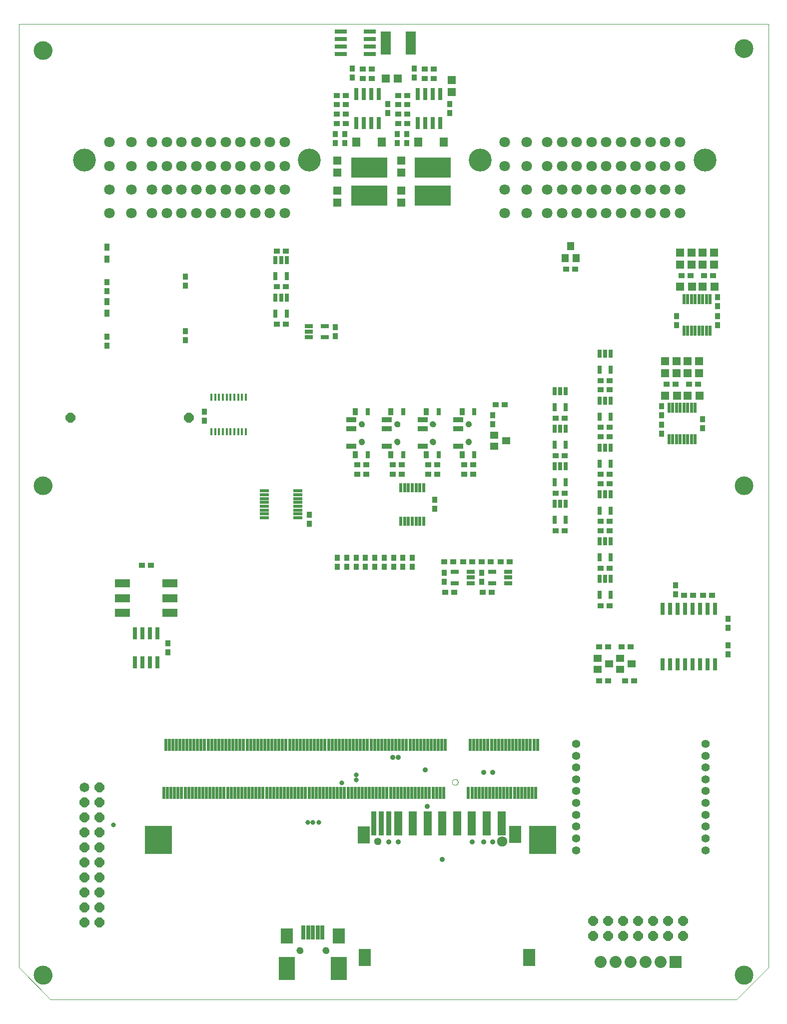
<source format=gts>
G75*
%MOIN*%
%OFA0B0*%
%FSLAX25Y25*%
%IPPOS*%
%LPD*%
%AMOC8*
5,1,8,0,0,1.08239X$1,22.5*
%
%ADD10C,0.00000*%
%ADD11R,0.02700X0.08400*%
%ADD12R,0.04143X0.03750*%
%ADD13R,0.03750X0.04143*%
%ADD14R,0.04537X0.05600*%
%ADD15C,0.07096*%
%ADD16C,0.15230*%
%ADD17C,0.12411*%
%ADD18R,0.03750X0.04537*%
%ADD19R,0.01800X0.04500*%
%ADD20R,0.05600X0.04537*%
%ADD21R,0.05800X0.02800*%
%ADD22R,0.02800X0.05800*%
%ADD23R,0.02000X0.06900*%
%ADD24R,0.05718X0.05324*%
%ADD25R,0.05324X0.05718*%
%ADD26R,0.06506X0.15167*%
%ADD27R,0.02000X0.06400*%
%ADD28R,0.06506X0.03356*%
%ADD29R,0.02962X0.04537*%
%ADD30C,0.04143*%
%ADD31R,0.06400X0.02000*%
%ADD32R,0.01978X0.08474*%
%ADD33R,0.18317X0.18710*%
%ADD34C,0.00010*%
%ADD35R,0.08474X0.11624*%
%ADD36R,0.03356X0.16348*%
%ADD37R,0.05324X0.16348*%
%ADD38C,0.04931*%
%ADD39C,0.06899*%
%ADD40C,0.06506*%
%ADD41OC8,0.06506*%
%ADD42R,0.02800X0.08400*%
%ADD43R,0.05600X0.06387*%
%ADD44R,0.24222X0.13395*%
%ADD45C,0.05600*%
%ADD46R,0.08474X0.10049*%
%ADD47R,0.02569X0.09687*%
%ADD48R,0.10600X0.15600*%
%ADD49C,0.04537*%
%ADD50R,0.10443X0.05324*%
%ADD51R,0.08400X0.02600*%
%ADD52R,0.08000X0.08000*%
%ADD53C,0.08000*%
%ADD54C,0.03500*%
%ADD55C,0.03300*%
D10*
X0022250Y0001750D02*
X0001000Y0023000D01*
X0001000Y0651750D01*
X0501000Y0651750D01*
X0501000Y0023000D01*
X0479750Y0001750D01*
X0022250Y0001750D01*
X0011344Y0018000D02*
X0011346Y0018153D01*
X0011352Y0018307D01*
X0011362Y0018460D01*
X0011376Y0018612D01*
X0011394Y0018765D01*
X0011416Y0018916D01*
X0011441Y0019067D01*
X0011471Y0019218D01*
X0011505Y0019368D01*
X0011542Y0019516D01*
X0011583Y0019664D01*
X0011628Y0019810D01*
X0011677Y0019956D01*
X0011730Y0020100D01*
X0011786Y0020242D01*
X0011846Y0020383D01*
X0011910Y0020523D01*
X0011977Y0020661D01*
X0012048Y0020797D01*
X0012123Y0020931D01*
X0012200Y0021063D01*
X0012282Y0021193D01*
X0012366Y0021321D01*
X0012454Y0021447D01*
X0012545Y0021570D01*
X0012639Y0021691D01*
X0012737Y0021809D01*
X0012837Y0021925D01*
X0012941Y0022038D01*
X0013047Y0022149D01*
X0013156Y0022257D01*
X0013268Y0022362D01*
X0013382Y0022463D01*
X0013500Y0022562D01*
X0013619Y0022658D01*
X0013741Y0022751D01*
X0013866Y0022840D01*
X0013993Y0022927D01*
X0014122Y0023009D01*
X0014253Y0023089D01*
X0014386Y0023165D01*
X0014521Y0023238D01*
X0014658Y0023307D01*
X0014797Y0023372D01*
X0014937Y0023434D01*
X0015079Y0023492D01*
X0015222Y0023547D01*
X0015367Y0023598D01*
X0015513Y0023645D01*
X0015660Y0023688D01*
X0015808Y0023727D01*
X0015957Y0023763D01*
X0016107Y0023794D01*
X0016258Y0023822D01*
X0016409Y0023846D01*
X0016562Y0023866D01*
X0016714Y0023882D01*
X0016867Y0023894D01*
X0017020Y0023902D01*
X0017173Y0023906D01*
X0017327Y0023906D01*
X0017480Y0023902D01*
X0017633Y0023894D01*
X0017786Y0023882D01*
X0017938Y0023866D01*
X0018091Y0023846D01*
X0018242Y0023822D01*
X0018393Y0023794D01*
X0018543Y0023763D01*
X0018692Y0023727D01*
X0018840Y0023688D01*
X0018987Y0023645D01*
X0019133Y0023598D01*
X0019278Y0023547D01*
X0019421Y0023492D01*
X0019563Y0023434D01*
X0019703Y0023372D01*
X0019842Y0023307D01*
X0019979Y0023238D01*
X0020114Y0023165D01*
X0020247Y0023089D01*
X0020378Y0023009D01*
X0020507Y0022927D01*
X0020634Y0022840D01*
X0020759Y0022751D01*
X0020881Y0022658D01*
X0021000Y0022562D01*
X0021118Y0022463D01*
X0021232Y0022362D01*
X0021344Y0022257D01*
X0021453Y0022149D01*
X0021559Y0022038D01*
X0021663Y0021925D01*
X0021763Y0021809D01*
X0021861Y0021691D01*
X0021955Y0021570D01*
X0022046Y0021447D01*
X0022134Y0021321D01*
X0022218Y0021193D01*
X0022300Y0021063D01*
X0022377Y0020931D01*
X0022452Y0020797D01*
X0022523Y0020661D01*
X0022590Y0020523D01*
X0022654Y0020383D01*
X0022714Y0020242D01*
X0022770Y0020100D01*
X0022823Y0019956D01*
X0022872Y0019810D01*
X0022917Y0019664D01*
X0022958Y0019516D01*
X0022995Y0019368D01*
X0023029Y0019218D01*
X0023059Y0019067D01*
X0023084Y0018916D01*
X0023106Y0018765D01*
X0023124Y0018612D01*
X0023138Y0018460D01*
X0023148Y0018307D01*
X0023154Y0018153D01*
X0023156Y0018000D01*
X0023154Y0017847D01*
X0023148Y0017693D01*
X0023138Y0017540D01*
X0023124Y0017388D01*
X0023106Y0017235D01*
X0023084Y0017084D01*
X0023059Y0016933D01*
X0023029Y0016782D01*
X0022995Y0016632D01*
X0022958Y0016484D01*
X0022917Y0016336D01*
X0022872Y0016190D01*
X0022823Y0016044D01*
X0022770Y0015900D01*
X0022714Y0015758D01*
X0022654Y0015617D01*
X0022590Y0015477D01*
X0022523Y0015339D01*
X0022452Y0015203D01*
X0022377Y0015069D01*
X0022300Y0014937D01*
X0022218Y0014807D01*
X0022134Y0014679D01*
X0022046Y0014553D01*
X0021955Y0014430D01*
X0021861Y0014309D01*
X0021763Y0014191D01*
X0021663Y0014075D01*
X0021559Y0013962D01*
X0021453Y0013851D01*
X0021344Y0013743D01*
X0021232Y0013638D01*
X0021118Y0013537D01*
X0021000Y0013438D01*
X0020881Y0013342D01*
X0020759Y0013249D01*
X0020634Y0013160D01*
X0020507Y0013073D01*
X0020378Y0012991D01*
X0020247Y0012911D01*
X0020114Y0012835D01*
X0019979Y0012762D01*
X0019842Y0012693D01*
X0019703Y0012628D01*
X0019563Y0012566D01*
X0019421Y0012508D01*
X0019278Y0012453D01*
X0019133Y0012402D01*
X0018987Y0012355D01*
X0018840Y0012312D01*
X0018692Y0012273D01*
X0018543Y0012237D01*
X0018393Y0012206D01*
X0018242Y0012178D01*
X0018091Y0012154D01*
X0017938Y0012134D01*
X0017786Y0012118D01*
X0017633Y0012106D01*
X0017480Y0012098D01*
X0017327Y0012094D01*
X0017173Y0012094D01*
X0017020Y0012098D01*
X0016867Y0012106D01*
X0016714Y0012118D01*
X0016562Y0012134D01*
X0016409Y0012154D01*
X0016258Y0012178D01*
X0016107Y0012206D01*
X0015957Y0012237D01*
X0015808Y0012273D01*
X0015660Y0012312D01*
X0015513Y0012355D01*
X0015367Y0012402D01*
X0015222Y0012453D01*
X0015079Y0012508D01*
X0014937Y0012566D01*
X0014797Y0012628D01*
X0014658Y0012693D01*
X0014521Y0012762D01*
X0014386Y0012835D01*
X0014253Y0012911D01*
X0014122Y0012991D01*
X0013993Y0013073D01*
X0013866Y0013160D01*
X0013741Y0013249D01*
X0013619Y0013342D01*
X0013500Y0013438D01*
X0013382Y0013537D01*
X0013268Y0013638D01*
X0013156Y0013743D01*
X0013047Y0013851D01*
X0012941Y0013962D01*
X0012837Y0014075D01*
X0012737Y0014191D01*
X0012639Y0014309D01*
X0012545Y0014430D01*
X0012454Y0014553D01*
X0012366Y0014679D01*
X0012282Y0014807D01*
X0012200Y0014937D01*
X0012123Y0015069D01*
X0012048Y0015203D01*
X0011977Y0015339D01*
X0011910Y0015477D01*
X0011846Y0015617D01*
X0011786Y0015758D01*
X0011730Y0015900D01*
X0011677Y0016044D01*
X0011628Y0016190D01*
X0011583Y0016336D01*
X0011542Y0016484D01*
X0011505Y0016632D01*
X0011471Y0016782D01*
X0011441Y0016933D01*
X0011416Y0017084D01*
X0011394Y0017235D01*
X0011376Y0017388D01*
X0011362Y0017540D01*
X0011352Y0017693D01*
X0011346Y0017847D01*
X0011344Y0018000D01*
X0186620Y0034437D02*
X0186622Y0034525D01*
X0186628Y0034613D01*
X0186638Y0034701D01*
X0186652Y0034789D01*
X0186669Y0034875D01*
X0186691Y0034961D01*
X0186716Y0035045D01*
X0186746Y0035129D01*
X0186778Y0035211D01*
X0186815Y0035291D01*
X0186855Y0035370D01*
X0186899Y0035447D01*
X0186946Y0035522D01*
X0186996Y0035594D01*
X0187050Y0035665D01*
X0187106Y0035732D01*
X0187166Y0035798D01*
X0187228Y0035860D01*
X0187294Y0035920D01*
X0187361Y0035976D01*
X0187432Y0036030D01*
X0187504Y0036080D01*
X0187579Y0036127D01*
X0187656Y0036171D01*
X0187735Y0036211D01*
X0187815Y0036248D01*
X0187897Y0036280D01*
X0187981Y0036310D01*
X0188065Y0036335D01*
X0188151Y0036357D01*
X0188237Y0036374D01*
X0188325Y0036388D01*
X0188413Y0036398D01*
X0188501Y0036404D01*
X0188589Y0036406D01*
X0188677Y0036404D01*
X0188765Y0036398D01*
X0188853Y0036388D01*
X0188941Y0036374D01*
X0189027Y0036357D01*
X0189113Y0036335D01*
X0189197Y0036310D01*
X0189281Y0036280D01*
X0189363Y0036248D01*
X0189443Y0036211D01*
X0189522Y0036171D01*
X0189599Y0036127D01*
X0189674Y0036080D01*
X0189746Y0036030D01*
X0189817Y0035976D01*
X0189884Y0035920D01*
X0189950Y0035860D01*
X0190012Y0035798D01*
X0190072Y0035732D01*
X0190128Y0035665D01*
X0190182Y0035594D01*
X0190232Y0035522D01*
X0190279Y0035447D01*
X0190323Y0035370D01*
X0190363Y0035291D01*
X0190400Y0035211D01*
X0190432Y0035129D01*
X0190462Y0035045D01*
X0190487Y0034961D01*
X0190509Y0034875D01*
X0190526Y0034789D01*
X0190540Y0034701D01*
X0190550Y0034613D01*
X0190556Y0034525D01*
X0190558Y0034437D01*
X0190556Y0034349D01*
X0190550Y0034261D01*
X0190540Y0034173D01*
X0190526Y0034085D01*
X0190509Y0033999D01*
X0190487Y0033913D01*
X0190462Y0033829D01*
X0190432Y0033745D01*
X0190400Y0033663D01*
X0190363Y0033583D01*
X0190323Y0033504D01*
X0190279Y0033427D01*
X0190232Y0033352D01*
X0190182Y0033280D01*
X0190128Y0033209D01*
X0190072Y0033142D01*
X0190012Y0033076D01*
X0189950Y0033014D01*
X0189884Y0032954D01*
X0189817Y0032898D01*
X0189746Y0032844D01*
X0189674Y0032794D01*
X0189599Y0032747D01*
X0189522Y0032703D01*
X0189443Y0032663D01*
X0189363Y0032626D01*
X0189281Y0032594D01*
X0189197Y0032564D01*
X0189113Y0032539D01*
X0189027Y0032517D01*
X0188941Y0032500D01*
X0188853Y0032486D01*
X0188765Y0032476D01*
X0188677Y0032470D01*
X0188589Y0032468D01*
X0188501Y0032470D01*
X0188413Y0032476D01*
X0188325Y0032486D01*
X0188237Y0032500D01*
X0188151Y0032517D01*
X0188065Y0032539D01*
X0187981Y0032564D01*
X0187897Y0032594D01*
X0187815Y0032626D01*
X0187735Y0032663D01*
X0187656Y0032703D01*
X0187579Y0032747D01*
X0187504Y0032794D01*
X0187432Y0032844D01*
X0187361Y0032898D01*
X0187294Y0032954D01*
X0187228Y0033014D01*
X0187166Y0033076D01*
X0187106Y0033142D01*
X0187050Y0033209D01*
X0186996Y0033280D01*
X0186946Y0033352D01*
X0186899Y0033427D01*
X0186855Y0033504D01*
X0186815Y0033583D01*
X0186778Y0033663D01*
X0186746Y0033745D01*
X0186716Y0033829D01*
X0186691Y0033913D01*
X0186669Y0033999D01*
X0186652Y0034085D01*
X0186638Y0034173D01*
X0186628Y0034261D01*
X0186622Y0034349D01*
X0186620Y0034437D01*
X0203942Y0034437D02*
X0203944Y0034525D01*
X0203950Y0034613D01*
X0203960Y0034701D01*
X0203974Y0034789D01*
X0203991Y0034875D01*
X0204013Y0034961D01*
X0204038Y0035045D01*
X0204068Y0035129D01*
X0204100Y0035211D01*
X0204137Y0035291D01*
X0204177Y0035370D01*
X0204221Y0035447D01*
X0204268Y0035522D01*
X0204318Y0035594D01*
X0204372Y0035665D01*
X0204428Y0035732D01*
X0204488Y0035798D01*
X0204550Y0035860D01*
X0204616Y0035920D01*
X0204683Y0035976D01*
X0204754Y0036030D01*
X0204826Y0036080D01*
X0204901Y0036127D01*
X0204978Y0036171D01*
X0205057Y0036211D01*
X0205137Y0036248D01*
X0205219Y0036280D01*
X0205303Y0036310D01*
X0205387Y0036335D01*
X0205473Y0036357D01*
X0205559Y0036374D01*
X0205647Y0036388D01*
X0205735Y0036398D01*
X0205823Y0036404D01*
X0205911Y0036406D01*
X0205999Y0036404D01*
X0206087Y0036398D01*
X0206175Y0036388D01*
X0206263Y0036374D01*
X0206349Y0036357D01*
X0206435Y0036335D01*
X0206519Y0036310D01*
X0206603Y0036280D01*
X0206685Y0036248D01*
X0206765Y0036211D01*
X0206844Y0036171D01*
X0206921Y0036127D01*
X0206996Y0036080D01*
X0207068Y0036030D01*
X0207139Y0035976D01*
X0207206Y0035920D01*
X0207272Y0035860D01*
X0207334Y0035798D01*
X0207394Y0035732D01*
X0207450Y0035665D01*
X0207504Y0035594D01*
X0207554Y0035522D01*
X0207601Y0035447D01*
X0207645Y0035370D01*
X0207685Y0035291D01*
X0207722Y0035211D01*
X0207754Y0035129D01*
X0207784Y0035045D01*
X0207809Y0034961D01*
X0207831Y0034875D01*
X0207848Y0034789D01*
X0207862Y0034701D01*
X0207872Y0034613D01*
X0207878Y0034525D01*
X0207880Y0034437D01*
X0207878Y0034349D01*
X0207872Y0034261D01*
X0207862Y0034173D01*
X0207848Y0034085D01*
X0207831Y0033999D01*
X0207809Y0033913D01*
X0207784Y0033829D01*
X0207754Y0033745D01*
X0207722Y0033663D01*
X0207685Y0033583D01*
X0207645Y0033504D01*
X0207601Y0033427D01*
X0207554Y0033352D01*
X0207504Y0033280D01*
X0207450Y0033209D01*
X0207394Y0033142D01*
X0207334Y0033076D01*
X0207272Y0033014D01*
X0207206Y0032954D01*
X0207139Y0032898D01*
X0207068Y0032844D01*
X0206996Y0032794D01*
X0206921Y0032747D01*
X0206844Y0032703D01*
X0206765Y0032663D01*
X0206685Y0032626D01*
X0206603Y0032594D01*
X0206519Y0032564D01*
X0206435Y0032539D01*
X0206349Y0032517D01*
X0206263Y0032500D01*
X0206175Y0032486D01*
X0206087Y0032476D01*
X0205999Y0032470D01*
X0205911Y0032468D01*
X0205823Y0032470D01*
X0205735Y0032476D01*
X0205647Y0032486D01*
X0205559Y0032500D01*
X0205473Y0032517D01*
X0205387Y0032539D01*
X0205303Y0032564D01*
X0205219Y0032594D01*
X0205137Y0032626D01*
X0205057Y0032663D01*
X0204978Y0032703D01*
X0204901Y0032747D01*
X0204826Y0032794D01*
X0204754Y0032844D01*
X0204683Y0032898D01*
X0204616Y0032954D01*
X0204550Y0033014D01*
X0204488Y0033076D01*
X0204428Y0033142D01*
X0204372Y0033209D01*
X0204318Y0033280D01*
X0204268Y0033352D01*
X0204221Y0033427D01*
X0204177Y0033504D01*
X0204137Y0033583D01*
X0204100Y0033663D01*
X0204068Y0033745D01*
X0204038Y0033829D01*
X0204013Y0033913D01*
X0203991Y0033999D01*
X0203974Y0034085D01*
X0203960Y0034173D01*
X0203950Y0034261D01*
X0203944Y0034349D01*
X0203942Y0034437D01*
X0238166Y0107232D02*
X0238168Y0107325D01*
X0238174Y0107417D01*
X0238184Y0107509D01*
X0238198Y0107600D01*
X0238215Y0107691D01*
X0238237Y0107781D01*
X0238262Y0107870D01*
X0238291Y0107958D01*
X0238324Y0108044D01*
X0238361Y0108129D01*
X0238401Y0108213D01*
X0238445Y0108294D01*
X0238492Y0108374D01*
X0238542Y0108452D01*
X0238596Y0108527D01*
X0238653Y0108600D01*
X0238713Y0108670D01*
X0238776Y0108738D01*
X0238842Y0108803D01*
X0238910Y0108865D01*
X0238981Y0108925D01*
X0239055Y0108981D01*
X0239131Y0109034D01*
X0239209Y0109083D01*
X0239289Y0109130D01*
X0239371Y0109172D01*
X0239455Y0109212D01*
X0239540Y0109247D01*
X0239627Y0109279D01*
X0239715Y0109308D01*
X0239804Y0109332D01*
X0239894Y0109353D01*
X0239985Y0109369D01*
X0240077Y0109382D01*
X0240169Y0109391D01*
X0240262Y0109396D01*
X0240354Y0109397D01*
X0240447Y0109394D01*
X0240539Y0109387D01*
X0240631Y0109376D01*
X0240722Y0109361D01*
X0240813Y0109343D01*
X0240903Y0109320D01*
X0240991Y0109294D01*
X0241079Y0109264D01*
X0241165Y0109230D01*
X0241249Y0109193D01*
X0241332Y0109151D01*
X0241413Y0109107D01*
X0241493Y0109059D01*
X0241570Y0109008D01*
X0241644Y0108953D01*
X0241717Y0108895D01*
X0241787Y0108835D01*
X0241854Y0108771D01*
X0241918Y0108705D01*
X0241980Y0108635D01*
X0242038Y0108564D01*
X0242093Y0108490D01*
X0242145Y0108413D01*
X0242194Y0108334D01*
X0242240Y0108254D01*
X0242282Y0108171D01*
X0242320Y0108087D01*
X0242355Y0108001D01*
X0242386Y0107914D01*
X0242413Y0107826D01*
X0242436Y0107736D01*
X0242456Y0107646D01*
X0242472Y0107555D01*
X0242484Y0107463D01*
X0242492Y0107371D01*
X0242496Y0107278D01*
X0242496Y0107186D01*
X0242492Y0107093D01*
X0242484Y0107001D01*
X0242472Y0106909D01*
X0242456Y0106818D01*
X0242436Y0106728D01*
X0242413Y0106638D01*
X0242386Y0106550D01*
X0242355Y0106463D01*
X0242320Y0106377D01*
X0242282Y0106293D01*
X0242240Y0106210D01*
X0242194Y0106130D01*
X0242145Y0106051D01*
X0242093Y0105974D01*
X0242038Y0105900D01*
X0241980Y0105829D01*
X0241918Y0105759D01*
X0241854Y0105693D01*
X0241787Y0105629D01*
X0241717Y0105569D01*
X0241644Y0105511D01*
X0241570Y0105456D01*
X0241493Y0105405D01*
X0241414Y0105357D01*
X0241332Y0105313D01*
X0241249Y0105271D01*
X0241165Y0105234D01*
X0241079Y0105200D01*
X0240991Y0105170D01*
X0240903Y0105144D01*
X0240813Y0105121D01*
X0240722Y0105103D01*
X0240631Y0105088D01*
X0240539Y0105077D01*
X0240447Y0105070D01*
X0240354Y0105067D01*
X0240262Y0105068D01*
X0240169Y0105073D01*
X0240077Y0105082D01*
X0239985Y0105095D01*
X0239894Y0105111D01*
X0239804Y0105132D01*
X0239715Y0105156D01*
X0239627Y0105185D01*
X0239540Y0105217D01*
X0239455Y0105252D01*
X0239371Y0105292D01*
X0239289Y0105334D01*
X0239209Y0105381D01*
X0239131Y0105430D01*
X0239055Y0105483D01*
X0238981Y0105539D01*
X0238910Y0105599D01*
X0238842Y0105661D01*
X0238776Y0105726D01*
X0238713Y0105794D01*
X0238653Y0105864D01*
X0238596Y0105937D01*
X0238542Y0106012D01*
X0238492Y0106090D01*
X0238445Y0106170D01*
X0238401Y0106251D01*
X0238361Y0106335D01*
X0238324Y0106420D01*
X0238291Y0106506D01*
X0238262Y0106594D01*
X0238237Y0106683D01*
X0238215Y0106773D01*
X0238198Y0106864D01*
X0238184Y0106955D01*
X0238174Y0107047D01*
X0238168Y0107139D01*
X0238166Y0107232D01*
X0320252Y0107232D02*
X0320254Y0107344D01*
X0320260Y0107455D01*
X0320270Y0107567D01*
X0320284Y0107678D01*
X0320301Y0107788D01*
X0320323Y0107898D01*
X0320349Y0108007D01*
X0320378Y0108115D01*
X0320411Y0108221D01*
X0320448Y0108327D01*
X0320489Y0108431D01*
X0320534Y0108534D01*
X0320582Y0108635D01*
X0320633Y0108734D01*
X0320688Y0108831D01*
X0320747Y0108926D01*
X0320808Y0109020D01*
X0320873Y0109111D01*
X0320942Y0109199D01*
X0321013Y0109285D01*
X0321087Y0109369D01*
X0321165Y0109449D01*
X0321245Y0109527D01*
X0321328Y0109603D01*
X0321413Y0109675D01*
X0321501Y0109744D01*
X0321591Y0109810D01*
X0321684Y0109872D01*
X0321779Y0109932D01*
X0321876Y0109988D01*
X0321974Y0110040D01*
X0322075Y0110089D01*
X0322177Y0110134D01*
X0322281Y0110176D01*
X0322386Y0110214D01*
X0322493Y0110248D01*
X0322600Y0110278D01*
X0322709Y0110305D01*
X0322818Y0110327D01*
X0322929Y0110346D01*
X0323039Y0110361D01*
X0323151Y0110372D01*
X0323262Y0110379D01*
X0323374Y0110382D01*
X0323486Y0110381D01*
X0323598Y0110376D01*
X0323709Y0110367D01*
X0323820Y0110354D01*
X0323931Y0110337D01*
X0324041Y0110317D01*
X0324150Y0110292D01*
X0324258Y0110264D01*
X0324365Y0110231D01*
X0324471Y0110195D01*
X0324575Y0110155D01*
X0324678Y0110112D01*
X0324780Y0110065D01*
X0324879Y0110014D01*
X0324977Y0109960D01*
X0325073Y0109902D01*
X0325167Y0109841D01*
X0325258Y0109777D01*
X0325347Y0109710D01*
X0325434Y0109639D01*
X0325518Y0109565D01*
X0325600Y0109489D01*
X0325678Y0109409D01*
X0325754Y0109327D01*
X0325827Y0109242D01*
X0325897Y0109155D01*
X0325963Y0109065D01*
X0326027Y0108973D01*
X0326087Y0108879D01*
X0326144Y0108783D01*
X0326197Y0108684D01*
X0326247Y0108584D01*
X0326293Y0108483D01*
X0326336Y0108379D01*
X0326375Y0108274D01*
X0326410Y0108168D01*
X0326441Y0108061D01*
X0326469Y0107952D01*
X0326492Y0107843D01*
X0326512Y0107733D01*
X0326528Y0107622D01*
X0326540Y0107511D01*
X0326548Y0107400D01*
X0326552Y0107288D01*
X0326552Y0107176D01*
X0326548Y0107064D01*
X0326540Y0106953D01*
X0326528Y0106842D01*
X0326512Y0106731D01*
X0326492Y0106621D01*
X0326469Y0106512D01*
X0326441Y0106403D01*
X0326410Y0106296D01*
X0326375Y0106190D01*
X0326336Y0106085D01*
X0326293Y0105981D01*
X0326247Y0105880D01*
X0326197Y0105780D01*
X0326144Y0105681D01*
X0326087Y0105585D01*
X0326027Y0105491D01*
X0325963Y0105399D01*
X0325897Y0105309D01*
X0325827Y0105222D01*
X0325754Y0105137D01*
X0325678Y0105055D01*
X0325600Y0104975D01*
X0325518Y0104899D01*
X0325434Y0104825D01*
X0325347Y0104754D01*
X0325258Y0104687D01*
X0325167Y0104623D01*
X0325073Y0104562D01*
X0324977Y0104504D01*
X0324879Y0104450D01*
X0324780Y0104399D01*
X0324678Y0104352D01*
X0324575Y0104309D01*
X0324471Y0104269D01*
X0324365Y0104233D01*
X0324258Y0104200D01*
X0324150Y0104172D01*
X0324041Y0104147D01*
X0323931Y0104127D01*
X0323820Y0104110D01*
X0323709Y0104097D01*
X0323598Y0104088D01*
X0323486Y0104083D01*
X0323374Y0104082D01*
X0323262Y0104085D01*
X0323151Y0104092D01*
X0323039Y0104103D01*
X0322929Y0104118D01*
X0322818Y0104137D01*
X0322709Y0104159D01*
X0322600Y0104186D01*
X0322493Y0104216D01*
X0322386Y0104250D01*
X0322281Y0104288D01*
X0322177Y0104330D01*
X0322075Y0104375D01*
X0321974Y0104424D01*
X0321876Y0104476D01*
X0321779Y0104532D01*
X0321684Y0104592D01*
X0321591Y0104654D01*
X0321501Y0104720D01*
X0321413Y0104789D01*
X0321328Y0104861D01*
X0321245Y0104937D01*
X0321165Y0105015D01*
X0321087Y0105095D01*
X0321013Y0105179D01*
X0320942Y0105265D01*
X0320873Y0105353D01*
X0320808Y0105444D01*
X0320747Y0105538D01*
X0320688Y0105633D01*
X0320633Y0105730D01*
X0320582Y0105829D01*
X0320534Y0105930D01*
X0320489Y0106033D01*
X0320448Y0106137D01*
X0320411Y0106243D01*
X0320378Y0106349D01*
X0320349Y0106457D01*
X0320323Y0106566D01*
X0320301Y0106676D01*
X0320284Y0106786D01*
X0320270Y0106897D01*
X0320260Y0107009D01*
X0320254Y0107120D01*
X0320252Y0107232D01*
X0478844Y0018000D02*
X0478846Y0018153D01*
X0478852Y0018307D01*
X0478862Y0018460D01*
X0478876Y0018612D01*
X0478894Y0018765D01*
X0478916Y0018916D01*
X0478941Y0019067D01*
X0478971Y0019218D01*
X0479005Y0019368D01*
X0479042Y0019516D01*
X0479083Y0019664D01*
X0479128Y0019810D01*
X0479177Y0019956D01*
X0479230Y0020100D01*
X0479286Y0020242D01*
X0479346Y0020383D01*
X0479410Y0020523D01*
X0479477Y0020661D01*
X0479548Y0020797D01*
X0479623Y0020931D01*
X0479700Y0021063D01*
X0479782Y0021193D01*
X0479866Y0021321D01*
X0479954Y0021447D01*
X0480045Y0021570D01*
X0480139Y0021691D01*
X0480237Y0021809D01*
X0480337Y0021925D01*
X0480441Y0022038D01*
X0480547Y0022149D01*
X0480656Y0022257D01*
X0480768Y0022362D01*
X0480882Y0022463D01*
X0481000Y0022562D01*
X0481119Y0022658D01*
X0481241Y0022751D01*
X0481366Y0022840D01*
X0481493Y0022927D01*
X0481622Y0023009D01*
X0481753Y0023089D01*
X0481886Y0023165D01*
X0482021Y0023238D01*
X0482158Y0023307D01*
X0482297Y0023372D01*
X0482437Y0023434D01*
X0482579Y0023492D01*
X0482722Y0023547D01*
X0482867Y0023598D01*
X0483013Y0023645D01*
X0483160Y0023688D01*
X0483308Y0023727D01*
X0483457Y0023763D01*
X0483607Y0023794D01*
X0483758Y0023822D01*
X0483909Y0023846D01*
X0484062Y0023866D01*
X0484214Y0023882D01*
X0484367Y0023894D01*
X0484520Y0023902D01*
X0484673Y0023906D01*
X0484827Y0023906D01*
X0484980Y0023902D01*
X0485133Y0023894D01*
X0485286Y0023882D01*
X0485438Y0023866D01*
X0485591Y0023846D01*
X0485742Y0023822D01*
X0485893Y0023794D01*
X0486043Y0023763D01*
X0486192Y0023727D01*
X0486340Y0023688D01*
X0486487Y0023645D01*
X0486633Y0023598D01*
X0486778Y0023547D01*
X0486921Y0023492D01*
X0487063Y0023434D01*
X0487203Y0023372D01*
X0487342Y0023307D01*
X0487479Y0023238D01*
X0487614Y0023165D01*
X0487747Y0023089D01*
X0487878Y0023009D01*
X0488007Y0022927D01*
X0488134Y0022840D01*
X0488259Y0022751D01*
X0488381Y0022658D01*
X0488500Y0022562D01*
X0488618Y0022463D01*
X0488732Y0022362D01*
X0488844Y0022257D01*
X0488953Y0022149D01*
X0489059Y0022038D01*
X0489163Y0021925D01*
X0489263Y0021809D01*
X0489361Y0021691D01*
X0489455Y0021570D01*
X0489546Y0021447D01*
X0489634Y0021321D01*
X0489718Y0021193D01*
X0489800Y0021063D01*
X0489877Y0020931D01*
X0489952Y0020797D01*
X0490023Y0020661D01*
X0490090Y0020523D01*
X0490154Y0020383D01*
X0490214Y0020242D01*
X0490270Y0020100D01*
X0490323Y0019956D01*
X0490372Y0019810D01*
X0490417Y0019664D01*
X0490458Y0019516D01*
X0490495Y0019368D01*
X0490529Y0019218D01*
X0490559Y0019067D01*
X0490584Y0018916D01*
X0490606Y0018765D01*
X0490624Y0018612D01*
X0490638Y0018460D01*
X0490648Y0018307D01*
X0490654Y0018153D01*
X0490656Y0018000D01*
X0490654Y0017847D01*
X0490648Y0017693D01*
X0490638Y0017540D01*
X0490624Y0017388D01*
X0490606Y0017235D01*
X0490584Y0017084D01*
X0490559Y0016933D01*
X0490529Y0016782D01*
X0490495Y0016632D01*
X0490458Y0016484D01*
X0490417Y0016336D01*
X0490372Y0016190D01*
X0490323Y0016044D01*
X0490270Y0015900D01*
X0490214Y0015758D01*
X0490154Y0015617D01*
X0490090Y0015477D01*
X0490023Y0015339D01*
X0489952Y0015203D01*
X0489877Y0015069D01*
X0489800Y0014937D01*
X0489718Y0014807D01*
X0489634Y0014679D01*
X0489546Y0014553D01*
X0489455Y0014430D01*
X0489361Y0014309D01*
X0489263Y0014191D01*
X0489163Y0014075D01*
X0489059Y0013962D01*
X0488953Y0013851D01*
X0488844Y0013743D01*
X0488732Y0013638D01*
X0488618Y0013537D01*
X0488500Y0013438D01*
X0488381Y0013342D01*
X0488259Y0013249D01*
X0488134Y0013160D01*
X0488007Y0013073D01*
X0487878Y0012991D01*
X0487747Y0012911D01*
X0487614Y0012835D01*
X0487479Y0012762D01*
X0487342Y0012693D01*
X0487203Y0012628D01*
X0487063Y0012566D01*
X0486921Y0012508D01*
X0486778Y0012453D01*
X0486633Y0012402D01*
X0486487Y0012355D01*
X0486340Y0012312D01*
X0486192Y0012273D01*
X0486043Y0012237D01*
X0485893Y0012206D01*
X0485742Y0012178D01*
X0485591Y0012154D01*
X0485438Y0012134D01*
X0485286Y0012118D01*
X0485133Y0012106D01*
X0484980Y0012098D01*
X0484827Y0012094D01*
X0484673Y0012094D01*
X0484520Y0012098D01*
X0484367Y0012106D01*
X0484214Y0012118D01*
X0484062Y0012134D01*
X0483909Y0012154D01*
X0483758Y0012178D01*
X0483607Y0012206D01*
X0483457Y0012237D01*
X0483308Y0012273D01*
X0483160Y0012312D01*
X0483013Y0012355D01*
X0482867Y0012402D01*
X0482722Y0012453D01*
X0482579Y0012508D01*
X0482437Y0012566D01*
X0482297Y0012628D01*
X0482158Y0012693D01*
X0482021Y0012762D01*
X0481886Y0012835D01*
X0481753Y0012911D01*
X0481622Y0012991D01*
X0481493Y0013073D01*
X0481366Y0013160D01*
X0481241Y0013249D01*
X0481119Y0013342D01*
X0481000Y0013438D01*
X0480882Y0013537D01*
X0480768Y0013638D01*
X0480656Y0013743D01*
X0480547Y0013851D01*
X0480441Y0013962D01*
X0480337Y0014075D01*
X0480237Y0014191D01*
X0480139Y0014309D01*
X0480045Y0014430D01*
X0479954Y0014553D01*
X0479866Y0014679D01*
X0479782Y0014807D01*
X0479700Y0014937D01*
X0479623Y0015069D01*
X0479548Y0015203D01*
X0479477Y0015339D01*
X0479410Y0015477D01*
X0479346Y0015617D01*
X0479286Y0015758D01*
X0479230Y0015900D01*
X0479177Y0016044D01*
X0479128Y0016190D01*
X0479083Y0016336D01*
X0479042Y0016484D01*
X0479005Y0016632D01*
X0478971Y0016782D01*
X0478941Y0016933D01*
X0478916Y0017084D01*
X0478894Y0017235D01*
X0478876Y0017388D01*
X0478862Y0017540D01*
X0478852Y0017693D01*
X0478846Y0017847D01*
X0478844Y0018000D01*
X0478844Y0344250D02*
X0478846Y0344403D01*
X0478852Y0344557D01*
X0478862Y0344710D01*
X0478876Y0344862D01*
X0478894Y0345015D01*
X0478916Y0345166D01*
X0478941Y0345317D01*
X0478971Y0345468D01*
X0479005Y0345618D01*
X0479042Y0345766D01*
X0479083Y0345914D01*
X0479128Y0346060D01*
X0479177Y0346206D01*
X0479230Y0346350D01*
X0479286Y0346492D01*
X0479346Y0346633D01*
X0479410Y0346773D01*
X0479477Y0346911D01*
X0479548Y0347047D01*
X0479623Y0347181D01*
X0479700Y0347313D01*
X0479782Y0347443D01*
X0479866Y0347571D01*
X0479954Y0347697D01*
X0480045Y0347820D01*
X0480139Y0347941D01*
X0480237Y0348059D01*
X0480337Y0348175D01*
X0480441Y0348288D01*
X0480547Y0348399D01*
X0480656Y0348507D01*
X0480768Y0348612D01*
X0480882Y0348713D01*
X0481000Y0348812D01*
X0481119Y0348908D01*
X0481241Y0349001D01*
X0481366Y0349090D01*
X0481493Y0349177D01*
X0481622Y0349259D01*
X0481753Y0349339D01*
X0481886Y0349415D01*
X0482021Y0349488D01*
X0482158Y0349557D01*
X0482297Y0349622D01*
X0482437Y0349684D01*
X0482579Y0349742D01*
X0482722Y0349797D01*
X0482867Y0349848D01*
X0483013Y0349895D01*
X0483160Y0349938D01*
X0483308Y0349977D01*
X0483457Y0350013D01*
X0483607Y0350044D01*
X0483758Y0350072D01*
X0483909Y0350096D01*
X0484062Y0350116D01*
X0484214Y0350132D01*
X0484367Y0350144D01*
X0484520Y0350152D01*
X0484673Y0350156D01*
X0484827Y0350156D01*
X0484980Y0350152D01*
X0485133Y0350144D01*
X0485286Y0350132D01*
X0485438Y0350116D01*
X0485591Y0350096D01*
X0485742Y0350072D01*
X0485893Y0350044D01*
X0486043Y0350013D01*
X0486192Y0349977D01*
X0486340Y0349938D01*
X0486487Y0349895D01*
X0486633Y0349848D01*
X0486778Y0349797D01*
X0486921Y0349742D01*
X0487063Y0349684D01*
X0487203Y0349622D01*
X0487342Y0349557D01*
X0487479Y0349488D01*
X0487614Y0349415D01*
X0487747Y0349339D01*
X0487878Y0349259D01*
X0488007Y0349177D01*
X0488134Y0349090D01*
X0488259Y0349001D01*
X0488381Y0348908D01*
X0488500Y0348812D01*
X0488618Y0348713D01*
X0488732Y0348612D01*
X0488844Y0348507D01*
X0488953Y0348399D01*
X0489059Y0348288D01*
X0489163Y0348175D01*
X0489263Y0348059D01*
X0489361Y0347941D01*
X0489455Y0347820D01*
X0489546Y0347697D01*
X0489634Y0347571D01*
X0489718Y0347443D01*
X0489800Y0347313D01*
X0489877Y0347181D01*
X0489952Y0347047D01*
X0490023Y0346911D01*
X0490090Y0346773D01*
X0490154Y0346633D01*
X0490214Y0346492D01*
X0490270Y0346350D01*
X0490323Y0346206D01*
X0490372Y0346060D01*
X0490417Y0345914D01*
X0490458Y0345766D01*
X0490495Y0345618D01*
X0490529Y0345468D01*
X0490559Y0345317D01*
X0490584Y0345166D01*
X0490606Y0345015D01*
X0490624Y0344862D01*
X0490638Y0344710D01*
X0490648Y0344557D01*
X0490654Y0344403D01*
X0490656Y0344250D01*
X0490654Y0344097D01*
X0490648Y0343943D01*
X0490638Y0343790D01*
X0490624Y0343638D01*
X0490606Y0343485D01*
X0490584Y0343334D01*
X0490559Y0343183D01*
X0490529Y0343032D01*
X0490495Y0342882D01*
X0490458Y0342734D01*
X0490417Y0342586D01*
X0490372Y0342440D01*
X0490323Y0342294D01*
X0490270Y0342150D01*
X0490214Y0342008D01*
X0490154Y0341867D01*
X0490090Y0341727D01*
X0490023Y0341589D01*
X0489952Y0341453D01*
X0489877Y0341319D01*
X0489800Y0341187D01*
X0489718Y0341057D01*
X0489634Y0340929D01*
X0489546Y0340803D01*
X0489455Y0340680D01*
X0489361Y0340559D01*
X0489263Y0340441D01*
X0489163Y0340325D01*
X0489059Y0340212D01*
X0488953Y0340101D01*
X0488844Y0339993D01*
X0488732Y0339888D01*
X0488618Y0339787D01*
X0488500Y0339688D01*
X0488381Y0339592D01*
X0488259Y0339499D01*
X0488134Y0339410D01*
X0488007Y0339323D01*
X0487878Y0339241D01*
X0487747Y0339161D01*
X0487614Y0339085D01*
X0487479Y0339012D01*
X0487342Y0338943D01*
X0487203Y0338878D01*
X0487063Y0338816D01*
X0486921Y0338758D01*
X0486778Y0338703D01*
X0486633Y0338652D01*
X0486487Y0338605D01*
X0486340Y0338562D01*
X0486192Y0338523D01*
X0486043Y0338487D01*
X0485893Y0338456D01*
X0485742Y0338428D01*
X0485591Y0338404D01*
X0485438Y0338384D01*
X0485286Y0338368D01*
X0485133Y0338356D01*
X0484980Y0338348D01*
X0484827Y0338344D01*
X0484673Y0338344D01*
X0484520Y0338348D01*
X0484367Y0338356D01*
X0484214Y0338368D01*
X0484062Y0338384D01*
X0483909Y0338404D01*
X0483758Y0338428D01*
X0483607Y0338456D01*
X0483457Y0338487D01*
X0483308Y0338523D01*
X0483160Y0338562D01*
X0483013Y0338605D01*
X0482867Y0338652D01*
X0482722Y0338703D01*
X0482579Y0338758D01*
X0482437Y0338816D01*
X0482297Y0338878D01*
X0482158Y0338943D01*
X0482021Y0339012D01*
X0481886Y0339085D01*
X0481753Y0339161D01*
X0481622Y0339241D01*
X0481493Y0339323D01*
X0481366Y0339410D01*
X0481241Y0339499D01*
X0481119Y0339592D01*
X0481000Y0339688D01*
X0480882Y0339787D01*
X0480768Y0339888D01*
X0480656Y0339993D01*
X0480547Y0340101D01*
X0480441Y0340212D01*
X0480337Y0340325D01*
X0480237Y0340441D01*
X0480139Y0340559D01*
X0480045Y0340680D01*
X0479954Y0340803D01*
X0479866Y0340929D01*
X0479782Y0341057D01*
X0479700Y0341187D01*
X0479623Y0341319D01*
X0479548Y0341453D01*
X0479477Y0341589D01*
X0479410Y0341727D01*
X0479346Y0341867D01*
X0479286Y0342008D01*
X0479230Y0342150D01*
X0479177Y0342294D01*
X0479128Y0342440D01*
X0479083Y0342586D01*
X0479042Y0342734D01*
X0479005Y0342882D01*
X0478971Y0343032D01*
X0478941Y0343183D01*
X0478916Y0343334D01*
X0478894Y0343485D01*
X0478876Y0343638D01*
X0478862Y0343790D01*
X0478852Y0343943D01*
X0478846Y0344097D01*
X0478844Y0344250D01*
X0299228Y0373344D02*
X0299230Y0373428D01*
X0299236Y0373511D01*
X0299246Y0373594D01*
X0299260Y0373677D01*
X0299277Y0373759D01*
X0299299Y0373840D01*
X0299324Y0373919D01*
X0299353Y0373998D01*
X0299386Y0374075D01*
X0299422Y0374150D01*
X0299462Y0374224D01*
X0299505Y0374296D01*
X0299552Y0374365D01*
X0299602Y0374432D01*
X0299655Y0374497D01*
X0299711Y0374559D01*
X0299769Y0374619D01*
X0299831Y0374676D01*
X0299895Y0374729D01*
X0299962Y0374780D01*
X0300031Y0374827D01*
X0300102Y0374872D01*
X0300175Y0374912D01*
X0300250Y0374949D01*
X0300327Y0374983D01*
X0300405Y0375013D01*
X0300484Y0375039D01*
X0300565Y0375062D01*
X0300647Y0375080D01*
X0300729Y0375095D01*
X0300812Y0375106D01*
X0300895Y0375113D01*
X0300979Y0375116D01*
X0301063Y0375115D01*
X0301146Y0375110D01*
X0301230Y0375101D01*
X0301312Y0375088D01*
X0301394Y0375072D01*
X0301475Y0375051D01*
X0301556Y0375027D01*
X0301634Y0374999D01*
X0301712Y0374967D01*
X0301788Y0374931D01*
X0301862Y0374892D01*
X0301934Y0374850D01*
X0302004Y0374804D01*
X0302072Y0374755D01*
X0302137Y0374703D01*
X0302200Y0374648D01*
X0302260Y0374590D01*
X0302318Y0374529D01*
X0302372Y0374465D01*
X0302424Y0374399D01*
X0302472Y0374331D01*
X0302517Y0374260D01*
X0302558Y0374187D01*
X0302597Y0374113D01*
X0302631Y0374037D01*
X0302662Y0373959D01*
X0302689Y0373880D01*
X0302713Y0373799D01*
X0302732Y0373718D01*
X0302748Y0373636D01*
X0302760Y0373553D01*
X0302768Y0373469D01*
X0302772Y0373386D01*
X0302772Y0373302D01*
X0302768Y0373219D01*
X0302760Y0373135D01*
X0302748Y0373052D01*
X0302732Y0372970D01*
X0302713Y0372889D01*
X0302689Y0372808D01*
X0302662Y0372729D01*
X0302631Y0372651D01*
X0302597Y0372575D01*
X0302558Y0372501D01*
X0302517Y0372428D01*
X0302472Y0372357D01*
X0302424Y0372289D01*
X0302372Y0372223D01*
X0302318Y0372159D01*
X0302260Y0372098D01*
X0302200Y0372040D01*
X0302137Y0371985D01*
X0302072Y0371933D01*
X0302004Y0371884D01*
X0301934Y0371838D01*
X0301862Y0371796D01*
X0301788Y0371757D01*
X0301712Y0371721D01*
X0301634Y0371689D01*
X0301556Y0371661D01*
X0301475Y0371637D01*
X0301394Y0371616D01*
X0301312Y0371600D01*
X0301230Y0371587D01*
X0301146Y0371578D01*
X0301063Y0371573D01*
X0300979Y0371572D01*
X0300895Y0371575D01*
X0300812Y0371582D01*
X0300729Y0371593D01*
X0300647Y0371608D01*
X0300565Y0371626D01*
X0300484Y0371649D01*
X0300405Y0371675D01*
X0300327Y0371705D01*
X0300250Y0371739D01*
X0300175Y0371776D01*
X0300102Y0371816D01*
X0300031Y0371861D01*
X0299962Y0371908D01*
X0299895Y0371959D01*
X0299831Y0372012D01*
X0299769Y0372069D01*
X0299711Y0372129D01*
X0299655Y0372191D01*
X0299602Y0372256D01*
X0299552Y0372323D01*
X0299505Y0372392D01*
X0299462Y0372464D01*
X0299422Y0372538D01*
X0299386Y0372613D01*
X0299353Y0372690D01*
X0299324Y0372769D01*
X0299299Y0372848D01*
X0299277Y0372929D01*
X0299260Y0373011D01*
X0299246Y0373094D01*
X0299236Y0373177D01*
X0299230Y0373260D01*
X0299228Y0373344D01*
X0299228Y0385156D02*
X0299230Y0385240D01*
X0299236Y0385323D01*
X0299246Y0385406D01*
X0299260Y0385489D01*
X0299277Y0385571D01*
X0299299Y0385652D01*
X0299324Y0385731D01*
X0299353Y0385810D01*
X0299386Y0385887D01*
X0299422Y0385962D01*
X0299462Y0386036D01*
X0299505Y0386108D01*
X0299552Y0386177D01*
X0299602Y0386244D01*
X0299655Y0386309D01*
X0299711Y0386371D01*
X0299769Y0386431D01*
X0299831Y0386488D01*
X0299895Y0386541D01*
X0299962Y0386592D01*
X0300031Y0386639D01*
X0300102Y0386684D01*
X0300175Y0386724D01*
X0300250Y0386761D01*
X0300327Y0386795D01*
X0300405Y0386825D01*
X0300484Y0386851D01*
X0300565Y0386874D01*
X0300647Y0386892D01*
X0300729Y0386907D01*
X0300812Y0386918D01*
X0300895Y0386925D01*
X0300979Y0386928D01*
X0301063Y0386927D01*
X0301146Y0386922D01*
X0301230Y0386913D01*
X0301312Y0386900D01*
X0301394Y0386884D01*
X0301475Y0386863D01*
X0301556Y0386839D01*
X0301634Y0386811D01*
X0301712Y0386779D01*
X0301788Y0386743D01*
X0301862Y0386704D01*
X0301934Y0386662D01*
X0302004Y0386616D01*
X0302072Y0386567D01*
X0302137Y0386515D01*
X0302200Y0386460D01*
X0302260Y0386402D01*
X0302318Y0386341D01*
X0302372Y0386277D01*
X0302424Y0386211D01*
X0302472Y0386143D01*
X0302517Y0386072D01*
X0302558Y0385999D01*
X0302597Y0385925D01*
X0302631Y0385849D01*
X0302662Y0385771D01*
X0302689Y0385692D01*
X0302713Y0385611D01*
X0302732Y0385530D01*
X0302748Y0385448D01*
X0302760Y0385365D01*
X0302768Y0385281D01*
X0302772Y0385198D01*
X0302772Y0385114D01*
X0302768Y0385031D01*
X0302760Y0384947D01*
X0302748Y0384864D01*
X0302732Y0384782D01*
X0302713Y0384701D01*
X0302689Y0384620D01*
X0302662Y0384541D01*
X0302631Y0384463D01*
X0302597Y0384387D01*
X0302558Y0384313D01*
X0302517Y0384240D01*
X0302472Y0384169D01*
X0302424Y0384101D01*
X0302372Y0384035D01*
X0302318Y0383971D01*
X0302260Y0383910D01*
X0302200Y0383852D01*
X0302137Y0383797D01*
X0302072Y0383745D01*
X0302004Y0383696D01*
X0301934Y0383650D01*
X0301862Y0383608D01*
X0301788Y0383569D01*
X0301712Y0383533D01*
X0301634Y0383501D01*
X0301556Y0383473D01*
X0301475Y0383449D01*
X0301394Y0383428D01*
X0301312Y0383412D01*
X0301230Y0383399D01*
X0301146Y0383390D01*
X0301063Y0383385D01*
X0300979Y0383384D01*
X0300895Y0383387D01*
X0300812Y0383394D01*
X0300729Y0383405D01*
X0300647Y0383420D01*
X0300565Y0383438D01*
X0300484Y0383461D01*
X0300405Y0383487D01*
X0300327Y0383517D01*
X0300250Y0383551D01*
X0300175Y0383588D01*
X0300102Y0383628D01*
X0300031Y0383673D01*
X0299962Y0383720D01*
X0299895Y0383771D01*
X0299831Y0383824D01*
X0299769Y0383881D01*
X0299711Y0383941D01*
X0299655Y0384003D01*
X0299602Y0384068D01*
X0299552Y0384135D01*
X0299505Y0384204D01*
X0299462Y0384276D01*
X0299422Y0384350D01*
X0299386Y0384425D01*
X0299353Y0384502D01*
X0299324Y0384581D01*
X0299299Y0384660D01*
X0299277Y0384741D01*
X0299260Y0384823D01*
X0299246Y0384906D01*
X0299236Y0384989D01*
X0299230Y0385072D01*
X0299228Y0385156D01*
X0275478Y0385156D02*
X0275480Y0385240D01*
X0275486Y0385323D01*
X0275496Y0385406D01*
X0275510Y0385489D01*
X0275527Y0385571D01*
X0275549Y0385652D01*
X0275574Y0385731D01*
X0275603Y0385810D01*
X0275636Y0385887D01*
X0275672Y0385962D01*
X0275712Y0386036D01*
X0275755Y0386108D01*
X0275802Y0386177D01*
X0275852Y0386244D01*
X0275905Y0386309D01*
X0275961Y0386371D01*
X0276019Y0386431D01*
X0276081Y0386488D01*
X0276145Y0386541D01*
X0276212Y0386592D01*
X0276281Y0386639D01*
X0276352Y0386684D01*
X0276425Y0386724D01*
X0276500Y0386761D01*
X0276577Y0386795D01*
X0276655Y0386825D01*
X0276734Y0386851D01*
X0276815Y0386874D01*
X0276897Y0386892D01*
X0276979Y0386907D01*
X0277062Y0386918D01*
X0277145Y0386925D01*
X0277229Y0386928D01*
X0277313Y0386927D01*
X0277396Y0386922D01*
X0277480Y0386913D01*
X0277562Y0386900D01*
X0277644Y0386884D01*
X0277725Y0386863D01*
X0277806Y0386839D01*
X0277884Y0386811D01*
X0277962Y0386779D01*
X0278038Y0386743D01*
X0278112Y0386704D01*
X0278184Y0386662D01*
X0278254Y0386616D01*
X0278322Y0386567D01*
X0278387Y0386515D01*
X0278450Y0386460D01*
X0278510Y0386402D01*
X0278568Y0386341D01*
X0278622Y0386277D01*
X0278674Y0386211D01*
X0278722Y0386143D01*
X0278767Y0386072D01*
X0278808Y0385999D01*
X0278847Y0385925D01*
X0278881Y0385849D01*
X0278912Y0385771D01*
X0278939Y0385692D01*
X0278963Y0385611D01*
X0278982Y0385530D01*
X0278998Y0385448D01*
X0279010Y0385365D01*
X0279018Y0385281D01*
X0279022Y0385198D01*
X0279022Y0385114D01*
X0279018Y0385031D01*
X0279010Y0384947D01*
X0278998Y0384864D01*
X0278982Y0384782D01*
X0278963Y0384701D01*
X0278939Y0384620D01*
X0278912Y0384541D01*
X0278881Y0384463D01*
X0278847Y0384387D01*
X0278808Y0384313D01*
X0278767Y0384240D01*
X0278722Y0384169D01*
X0278674Y0384101D01*
X0278622Y0384035D01*
X0278568Y0383971D01*
X0278510Y0383910D01*
X0278450Y0383852D01*
X0278387Y0383797D01*
X0278322Y0383745D01*
X0278254Y0383696D01*
X0278184Y0383650D01*
X0278112Y0383608D01*
X0278038Y0383569D01*
X0277962Y0383533D01*
X0277884Y0383501D01*
X0277806Y0383473D01*
X0277725Y0383449D01*
X0277644Y0383428D01*
X0277562Y0383412D01*
X0277480Y0383399D01*
X0277396Y0383390D01*
X0277313Y0383385D01*
X0277229Y0383384D01*
X0277145Y0383387D01*
X0277062Y0383394D01*
X0276979Y0383405D01*
X0276897Y0383420D01*
X0276815Y0383438D01*
X0276734Y0383461D01*
X0276655Y0383487D01*
X0276577Y0383517D01*
X0276500Y0383551D01*
X0276425Y0383588D01*
X0276352Y0383628D01*
X0276281Y0383673D01*
X0276212Y0383720D01*
X0276145Y0383771D01*
X0276081Y0383824D01*
X0276019Y0383881D01*
X0275961Y0383941D01*
X0275905Y0384003D01*
X0275852Y0384068D01*
X0275802Y0384135D01*
X0275755Y0384204D01*
X0275712Y0384276D01*
X0275672Y0384350D01*
X0275636Y0384425D01*
X0275603Y0384502D01*
X0275574Y0384581D01*
X0275549Y0384660D01*
X0275527Y0384741D01*
X0275510Y0384823D01*
X0275496Y0384906D01*
X0275486Y0384989D01*
X0275480Y0385072D01*
X0275478Y0385156D01*
X0275478Y0373344D02*
X0275480Y0373428D01*
X0275486Y0373511D01*
X0275496Y0373594D01*
X0275510Y0373677D01*
X0275527Y0373759D01*
X0275549Y0373840D01*
X0275574Y0373919D01*
X0275603Y0373998D01*
X0275636Y0374075D01*
X0275672Y0374150D01*
X0275712Y0374224D01*
X0275755Y0374296D01*
X0275802Y0374365D01*
X0275852Y0374432D01*
X0275905Y0374497D01*
X0275961Y0374559D01*
X0276019Y0374619D01*
X0276081Y0374676D01*
X0276145Y0374729D01*
X0276212Y0374780D01*
X0276281Y0374827D01*
X0276352Y0374872D01*
X0276425Y0374912D01*
X0276500Y0374949D01*
X0276577Y0374983D01*
X0276655Y0375013D01*
X0276734Y0375039D01*
X0276815Y0375062D01*
X0276897Y0375080D01*
X0276979Y0375095D01*
X0277062Y0375106D01*
X0277145Y0375113D01*
X0277229Y0375116D01*
X0277313Y0375115D01*
X0277396Y0375110D01*
X0277480Y0375101D01*
X0277562Y0375088D01*
X0277644Y0375072D01*
X0277725Y0375051D01*
X0277806Y0375027D01*
X0277884Y0374999D01*
X0277962Y0374967D01*
X0278038Y0374931D01*
X0278112Y0374892D01*
X0278184Y0374850D01*
X0278254Y0374804D01*
X0278322Y0374755D01*
X0278387Y0374703D01*
X0278450Y0374648D01*
X0278510Y0374590D01*
X0278568Y0374529D01*
X0278622Y0374465D01*
X0278674Y0374399D01*
X0278722Y0374331D01*
X0278767Y0374260D01*
X0278808Y0374187D01*
X0278847Y0374113D01*
X0278881Y0374037D01*
X0278912Y0373959D01*
X0278939Y0373880D01*
X0278963Y0373799D01*
X0278982Y0373718D01*
X0278998Y0373636D01*
X0279010Y0373553D01*
X0279018Y0373469D01*
X0279022Y0373386D01*
X0279022Y0373302D01*
X0279018Y0373219D01*
X0279010Y0373135D01*
X0278998Y0373052D01*
X0278982Y0372970D01*
X0278963Y0372889D01*
X0278939Y0372808D01*
X0278912Y0372729D01*
X0278881Y0372651D01*
X0278847Y0372575D01*
X0278808Y0372501D01*
X0278767Y0372428D01*
X0278722Y0372357D01*
X0278674Y0372289D01*
X0278622Y0372223D01*
X0278568Y0372159D01*
X0278510Y0372098D01*
X0278450Y0372040D01*
X0278387Y0371985D01*
X0278322Y0371933D01*
X0278254Y0371884D01*
X0278184Y0371838D01*
X0278112Y0371796D01*
X0278038Y0371757D01*
X0277962Y0371721D01*
X0277884Y0371689D01*
X0277806Y0371661D01*
X0277725Y0371637D01*
X0277644Y0371616D01*
X0277562Y0371600D01*
X0277480Y0371587D01*
X0277396Y0371578D01*
X0277313Y0371573D01*
X0277229Y0371572D01*
X0277145Y0371575D01*
X0277062Y0371582D01*
X0276979Y0371593D01*
X0276897Y0371608D01*
X0276815Y0371626D01*
X0276734Y0371649D01*
X0276655Y0371675D01*
X0276577Y0371705D01*
X0276500Y0371739D01*
X0276425Y0371776D01*
X0276352Y0371816D01*
X0276281Y0371861D01*
X0276212Y0371908D01*
X0276145Y0371959D01*
X0276081Y0372012D01*
X0276019Y0372069D01*
X0275961Y0372129D01*
X0275905Y0372191D01*
X0275852Y0372256D01*
X0275802Y0372323D01*
X0275755Y0372392D01*
X0275712Y0372464D01*
X0275672Y0372538D01*
X0275636Y0372613D01*
X0275603Y0372690D01*
X0275574Y0372769D01*
X0275549Y0372848D01*
X0275527Y0372929D01*
X0275510Y0373011D01*
X0275496Y0373094D01*
X0275486Y0373177D01*
X0275480Y0373260D01*
X0275478Y0373344D01*
X0251728Y0373344D02*
X0251730Y0373428D01*
X0251736Y0373511D01*
X0251746Y0373594D01*
X0251760Y0373677D01*
X0251777Y0373759D01*
X0251799Y0373840D01*
X0251824Y0373919D01*
X0251853Y0373998D01*
X0251886Y0374075D01*
X0251922Y0374150D01*
X0251962Y0374224D01*
X0252005Y0374296D01*
X0252052Y0374365D01*
X0252102Y0374432D01*
X0252155Y0374497D01*
X0252211Y0374559D01*
X0252269Y0374619D01*
X0252331Y0374676D01*
X0252395Y0374729D01*
X0252462Y0374780D01*
X0252531Y0374827D01*
X0252602Y0374872D01*
X0252675Y0374912D01*
X0252750Y0374949D01*
X0252827Y0374983D01*
X0252905Y0375013D01*
X0252984Y0375039D01*
X0253065Y0375062D01*
X0253147Y0375080D01*
X0253229Y0375095D01*
X0253312Y0375106D01*
X0253395Y0375113D01*
X0253479Y0375116D01*
X0253563Y0375115D01*
X0253646Y0375110D01*
X0253730Y0375101D01*
X0253812Y0375088D01*
X0253894Y0375072D01*
X0253975Y0375051D01*
X0254056Y0375027D01*
X0254134Y0374999D01*
X0254212Y0374967D01*
X0254288Y0374931D01*
X0254362Y0374892D01*
X0254434Y0374850D01*
X0254504Y0374804D01*
X0254572Y0374755D01*
X0254637Y0374703D01*
X0254700Y0374648D01*
X0254760Y0374590D01*
X0254818Y0374529D01*
X0254872Y0374465D01*
X0254924Y0374399D01*
X0254972Y0374331D01*
X0255017Y0374260D01*
X0255058Y0374187D01*
X0255097Y0374113D01*
X0255131Y0374037D01*
X0255162Y0373959D01*
X0255189Y0373880D01*
X0255213Y0373799D01*
X0255232Y0373718D01*
X0255248Y0373636D01*
X0255260Y0373553D01*
X0255268Y0373469D01*
X0255272Y0373386D01*
X0255272Y0373302D01*
X0255268Y0373219D01*
X0255260Y0373135D01*
X0255248Y0373052D01*
X0255232Y0372970D01*
X0255213Y0372889D01*
X0255189Y0372808D01*
X0255162Y0372729D01*
X0255131Y0372651D01*
X0255097Y0372575D01*
X0255058Y0372501D01*
X0255017Y0372428D01*
X0254972Y0372357D01*
X0254924Y0372289D01*
X0254872Y0372223D01*
X0254818Y0372159D01*
X0254760Y0372098D01*
X0254700Y0372040D01*
X0254637Y0371985D01*
X0254572Y0371933D01*
X0254504Y0371884D01*
X0254434Y0371838D01*
X0254362Y0371796D01*
X0254288Y0371757D01*
X0254212Y0371721D01*
X0254134Y0371689D01*
X0254056Y0371661D01*
X0253975Y0371637D01*
X0253894Y0371616D01*
X0253812Y0371600D01*
X0253730Y0371587D01*
X0253646Y0371578D01*
X0253563Y0371573D01*
X0253479Y0371572D01*
X0253395Y0371575D01*
X0253312Y0371582D01*
X0253229Y0371593D01*
X0253147Y0371608D01*
X0253065Y0371626D01*
X0252984Y0371649D01*
X0252905Y0371675D01*
X0252827Y0371705D01*
X0252750Y0371739D01*
X0252675Y0371776D01*
X0252602Y0371816D01*
X0252531Y0371861D01*
X0252462Y0371908D01*
X0252395Y0371959D01*
X0252331Y0372012D01*
X0252269Y0372069D01*
X0252211Y0372129D01*
X0252155Y0372191D01*
X0252102Y0372256D01*
X0252052Y0372323D01*
X0252005Y0372392D01*
X0251962Y0372464D01*
X0251922Y0372538D01*
X0251886Y0372613D01*
X0251853Y0372690D01*
X0251824Y0372769D01*
X0251799Y0372848D01*
X0251777Y0372929D01*
X0251760Y0373011D01*
X0251746Y0373094D01*
X0251736Y0373177D01*
X0251730Y0373260D01*
X0251728Y0373344D01*
X0251728Y0385156D02*
X0251730Y0385240D01*
X0251736Y0385323D01*
X0251746Y0385406D01*
X0251760Y0385489D01*
X0251777Y0385571D01*
X0251799Y0385652D01*
X0251824Y0385731D01*
X0251853Y0385810D01*
X0251886Y0385887D01*
X0251922Y0385962D01*
X0251962Y0386036D01*
X0252005Y0386108D01*
X0252052Y0386177D01*
X0252102Y0386244D01*
X0252155Y0386309D01*
X0252211Y0386371D01*
X0252269Y0386431D01*
X0252331Y0386488D01*
X0252395Y0386541D01*
X0252462Y0386592D01*
X0252531Y0386639D01*
X0252602Y0386684D01*
X0252675Y0386724D01*
X0252750Y0386761D01*
X0252827Y0386795D01*
X0252905Y0386825D01*
X0252984Y0386851D01*
X0253065Y0386874D01*
X0253147Y0386892D01*
X0253229Y0386907D01*
X0253312Y0386918D01*
X0253395Y0386925D01*
X0253479Y0386928D01*
X0253563Y0386927D01*
X0253646Y0386922D01*
X0253730Y0386913D01*
X0253812Y0386900D01*
X0253894Y0386884D01*
X0253975Y0386863D01*
X0254056Y0386839D01*
X0254134Y0386811D01*
X0254212Y0386779D01*
X0254288Y0386743D01*
X0254362Y0386704D01*
X0254434Y0386662D01*
X0254504Y0386616D01*
X0254572Y0386567D01*
X0254637Y0386515D01*
X0254700Y0386460D01*
X0254760Y0386402D01*
X0254818Y0386341D01*
X0254872Y0386277D01*
X0254924Y0386211D01*
X0254972Y0386143D01*
X0255017Y0386072D01*
X0255058Y0385999D01*
X0255097Y0385925D01*
X0255131Y0385849D01*
X0255162Y0385771D01*
X0255189Y0385692D01*
X0255213Y0385611D01*
X0255232Y0385530D01*
X0255248Y0385448D01*
X0255260Y0385365D01*
X0255268Y0385281D01*
X0255272Y0385198D01*
X0255272Y0385114D01*
X0255268Y0385031D01*
X0255260Y0384947D01*
X0255248Y0384864D01*
X0255232Y0384782D01*
X0255213Y0384701D01*
X0255189Y0384620D01*
X0255162Y0384541D01*
X0255131Y0384463D01*
X0255097Y0384387D01*
X0255058Y0384313D01*
X0255017Y0384240D01*
X0254972Y0384169D01*
X0254924Y0384101D01*
X0254872Y0384035D01*
X0254818Y0383971D01*
X0254760Y0383910D01*
X0254700Y0383852D01*
X0254637Y0383797D01*
X0254572Y0383745D01*
X0254504Y0383696D01*
X0254434Y0383650D01*
X0254362Y0383608D01*
X0254288Y0383569D01*
X0254212Y0383533D01*
X0254134Y0383501D01*
X0254056Y0383473D01*
X0253975Y0383449D01*
X0253894Y0383428D01*
X0253812Y0383412D01*
X0253730Y0383399D01*
X0253646Y0383390D01*
X0253563Y0383385D01*
X0253479Y0383384D01*
X0253395Y0383387D01*
X0253312Y0383394D01*
X0253229Y0383405D01*
X0253147Y0383420D01*
X0253065Y0383438D01*
X0252984Y0383461D01*
X0252905Y0383487D01*
X0252827Y0383517D01*
X0252750Y0383551D01*
X0252675Y0383588D01*
X0252602Y0383628D01*
X0252531Y0383673D01*
X0252462Y0383720D01*
X0252395Y0383771D01*
X0252331Y0383824D01*
X0252269Y0383881D01*
X0252211Y0383941D01*
X0252155Y0384003D01*
X0252102Y0384068D01*
X0252052Y0384135D01*
X0252005Y0384204D01*
X0251962Y0384276D01*
X0251922Y0384350D01*
X0251886Y0384425D01*
X0251853Y0384502D01*
X0251824Y0384581D01*
X0251799Y0384660D01*
X0251777Y0384741D01*
X0251760Y0384823D01*
X0251746Y0384906D01*
X0251736Y0384989D01*
X0251730Y0385072D01*
X0251728Y0385156D01*
X0227978Y0385156D02*
X0227980Y0385240D01*
X0227986Y0385323D01*
X0227996Y0385406D01*
X0228010Y0385489D01*
X0228027Y0385571D01*
X0228049Y0385652D01*
X0228074Y0385731D01*
X0228103Y0385810D01*
X0228136Y0385887D01*
X0228172Y0385962D01*
X0228212Y0386036D01*
X0228255Y0386108D01*
X0228302Y0386177D01*
X0228352Y0386244D01*
X0228405Y0386309D01*
X0228461Y0386371D01*
X0228519Y0386431D01*
X0228581Y0386488D01*
X0228645Y0386541D01*
X0228712Y0386592D01*
X0228781Y0386639D01*
X0228852Y0386684D01*
X0228925Y0386724D01*
X0229000Y0386761D01*
X0229077Y0386795D01*
X0229155Y0386825D01*
X0229234Y0386851D01*
X0229315Y0386874D01*
X0229397Y0386892D01*
X0229479Y0386907D01*
X0229562Y0386918D01*
X0229645Y0386925D01*
X0229729Y0386928D01*
X0229813Y0386927D01*
X0229896Y0386922D01*
X0229980Y0386913D01*
X0230062Y0386900D01*
X0230144Y0386884D01*
X0230225Y0386863D01*
X0230306Y0386839D01*
X0230384Y0386811D01*
X0230462Y0386779D01*
X0230538Y0386743D01*
X0230612Y0386704D01*
X0230684Y0386662D01*
X0230754Y0386616D01*
X0230822Y0386567D01*
X0230887Y0386515D01*
X0230950Y0386460D01*
X0231010Y0386402D01*
X0231068Y0386341D01*
X0231122Y0386277D01*
X0231174Y0386211D01*
X0231222Y0386143D01*
X0231267Y0386072D01*
X0231308Y0385999D01*
X0231347Y0385925D01*
X0231381Y0385849D01*
X0231412Y0385771D01*
X0231439Y0385692D01*
X0231463Y0385611D01*
X0231482Y0385530D01*
X0231498Y0385448D01*
X0231510Y0385365D01*
X0231518Y0385281D01*
X0231522Y0385198D01*
X0231522Y0385114D01*
X0231518Y0385031D01*
X0231510Y0384947D01*
X0231498Y0384864D01*
X0231482Y0384782D01*
X0231463Y0384701D01*
X0231439Y0384620D01*
X0231412Y0384541D01*
X0231381Y0384463D01*
X0231347Y0384387D01*
X0231308Y0384313D01*
X0231267Y0384240D01*
X0231222Y0384169D01*
X0231174Y0384101D01*
X0231122Y0384035D01*
X0231068Y0383971D01*
X0231010Y0383910D01*
X0230950Y0383852D01*
X0230887Y0383797D01*
X0230822Y0383745D01*
X0230754Y0383696D01*
X0230684Y0383650D01*
X0230612Y0383608D01*
X0230538Y0383569D01*
X0230462Y0383533D01*
X0230384Y0383501D01*
X0230306Y0383473D01*
X0230225Y0383449D01*
X0230144Y0383428D01*
X0230062Y0383412D01*
X0229980Y0383399D01*
X0229896Y0383390D01*
X0229813Y0383385D01*
X0229729Y0383384D01*
X0229645Y0383387D01*
X0229562Y0383394D01*
X0229479Y0383405D01*
X0229397Y0383420D01*
X0229315Y0383438D01*
X0229234Y0383461D01*
X0229155Y0383487D01*
X0229077Y0383517D01*
X0229000Y0383551D01*
X0228925Y0383588D01*
X0228852Y0383628D01*
X0228781Y0383673D01*
X0228712Y0383720D01*
X0228645Y0383771D01*
X0228581Y0383824D01*
X0228519Y0383881D01*
X0228461Y0383941D01*
X0228405Y0384003D01*
X0228352Y0384068D01*
X0228302Y0384135D01*
X0228255Y0384204D01*
X0228212Y0384276D01*
X0228172Y0384350D01*
X0228136Y0384425D01*
X0228103Y0384502D01*
X0228074Y0384581D01*
X0228049Y0384660D01*
X0228027Y0384741D01*
X0228010Y0384823D01*
X0227996Y0384906D01*
X0227986Y0384989D01*
X0227980Y0385072D01*
X0227978Y0385156D01*
X0227978Y0373344D02*
X0227980Y0373428D01*
X0227986Y0373511D01*
X0227996Y0373594D01*
X0228010Y0373677D01*
X0228027Y0373759D01*
X0228049Y0373840D01*
X0228074Y0373919D01*
X0228103Y0373998D01*
X0228136Y0374075D01*
X0228172Y0374150D01*
X0228212Y0374224D01*
X0228255Y0374296D01*
X0228302Y0374365D01*
X0228352Y0374432D01*
X0228405Y0374497D01*
X0228461Y0374559D01*
X0228519Y0374619D01*
X0228581Y0374676D01*
X0228645Y0374729D01*
X0228712Y0374780D01*
X0228781Y0374827D01*
X0228852Y0374872D01*
X0228925Y0374912D01*
X0229000Y0374949D01*
X0229077Y0374983D01*
X0229155Y0375013D01*
X0229234Y0375039D01*
X0229315Y0375062D01*
X0229397Y0375080D01*
X0229479Y0375095D01*
X0229562Y0375106D01*
X0229645Y0375113D01*
X0229729Y0375116D01*
X0229813Y0375115D01*
X0229896Y0375110D01*
X0229980Y0375101D01*
X0230062Y0375088D01*
X0230144Y0375072D01*
X0230225Y0375051D01*
X0230306Y0375027D01*
X0230384Y0374999D01*
X0230462Y0374967D01*
X0230538Y0374931D01*
X0230612Y0374892D01*
X0230684Y0374850D01*
X0230754Y0374804D01*
X0230822Y0374755D01*
X0230887Y0374703D01*
X0230950Y0374648D01*
X0231010Y0374590D01*
X0231068Y0374529D01*
X0231122Y0374465D01*
X0231174Y0374399D01*
X0231222Y0374331D01*
X0231267Y0374260D01*
X0231308Y0374187D01*
X0231347Y0374113D01*
X0231381Y0374037D01*
X0231412Y0373959D01*
X0231439Y0373880D01*
X0231463Y0373799D01*
X0231482Y0373718D01*
X0231498Y0373636D01*
X0231510Y0373553D01*
X0231518Y0373469D01*
X0231522Y0373386D01*
X0231522Y0373302D01*
X0231518Y0373219D01*
X0231510Y0373135D01*
X0231498Y0373052D01*
X0231482Y0372970D01*
X0231463Y0372889D01*
X0231439Y0372808D01*
X0231412Y0372729D01*
X0231381Y0372651D01*
X0231347Y0372575D01*
X0231308Y0372501D01*
X0231267Y0372428D01*
X0231222Y0372357D01*
X0231174Y0372289D01*
X0231122Y0372223D01*
X0231068Y0372159D01*
X0231010Y0372098D01*
X0230950Y0372040D01*
X0230887Y0371985D01*
X0230822Y0371933D01*
X0230754Y0371884D01*
X0230684Y0371838D01*
X0230612Y0371796D01*
X0230538Y0371757D01*
X0230462Y0371721D01*
X0230384Y0371689D01*
X0230306Y0371661D01*
X0230225Y0371637D01*
X0230144Y0371616D01*
X0230062Y0371600D01*
X0229980Y0371587D01*
X0229896Y0371578D01*
X0229813Y0371573D01*
X0229729Y0371572D01*
X0229645Y0371575D01*
X0229562Y0371582D01*
X0229479Y0371593D01*
X0229397Y0371608D01*
X0229315Y0371626D01*
X0229234Y0371649D01*
X0229155Y0371675D01*
X0229077Y0371705D01*
X0229000Y0371739D01*
X0228925Y0371776D01*
X0228852Y0371816D01*
X0228781Y0371861D01*
X0228712Y0371908D01*
X0228645Y0371959D01*
X0228581Y0372012D01*
X0228519Y0372069D01*
X0228461Y0372129D01*
X0228405Y0372191D01*
X0228352Y0372256D01*
X0228302Y0372323D01*
X0228255Y0372392D01*
X0228212Y0372464D01*
X0228172Y0372538D01*
X0228136Y0372613D01*
X0228103Y0372690D01*
X0228074Y0372769D01*
X0228049Y0372848D01*
X0228027Y0372929D01*
X0228010Y0373011D01*
X0227996Y0373094D01*
X0227986Y0373177D01*
X0227980Y0373260D01*
X0227978Y0373344D01*
X0011344Y0344250D02*
X0011346Y0344403D01*
X0011352Y0344557D01*
X0011362Y0344710D01*
X0011376Y0344862D01*
X0011394Y0345015D01*
X0011416Y0345166D01*
X0011441Y0345317D01*
X0011471Y0345468D01*
X0011505Y0345618D01*
X0011542Y0345766D01*
X0011583Y0345914D01*
X0011628Y0346060D01*
X0011677Y0346206D01*
X0011730Y0346350D01*
X0011786Y0346492D01*
X0011846Y0346633D01*
X0011910Y0346773D01*
X0011977Y0346911D01*
X0012048Y0347047D01*
X0012123Y0347181D01*
X0012200Y0347313D01*
X0012282Y0347443D01*
X0012366Y0347571D01*
X0012454Y0347697D01*
X0012545Y0347820D01*
X0012639Y0347941D01*
X0012737Y0348059D01*
X0012837Y0348175D01*
X0012941Y0348288D01*
X0013047Y0348399D01*
X0013156Y0348507D01*
X0013268Y0348612D01*
X0013382Y0348713D01*
X0013500Y0348812D01*
X0013619Y0348908D01*
X0013741Y0349001D01*
X0013866Y0349090D01*
X0013993Y0349177D01*
X0014122Y0349259D01*
X0014253Y0349339D01*
X0014386Y0349415D01*
X0014521Y0349488D01*
X0014658Y0349557D01*
X0014797Y0349622D01*
X0014937Y0349684D01*
X0015079Y0349742D01*
X0015222Y0349797D01*
X0015367Y0349848D01*
X0015513Y0349895D01*
X0015660Y0349938D01*
X0015808Y0349977D01*
X0015957Y0350013D01*
X0016107Y0350044D01*
X0016258Y0350072D01*
X0016409Y0350096D01*
X0016562Y0350116D01*
X0016714Y0350132D01*
X0016867Y0350144D01*
X0017020Y0350152D01*
X0017173Y0350156D01*
X0017327Y0350156D01*
X0017480Y0350152D01*
X0017633Y0350144D01*
X0017786Y0350132D01*
X0017938Y0350116D01*
X0018091Y0350096D01*
X0018242Y0350072D01*
X0018393Y0350044D01*
X0018543Y0350013D01*
X0018692Y0349977D01*
X0018840Y0349938D01*
X0018987Y0349895D01*
X0019133Y0349848D01*
X0019278Y0349797D01*
X0019421Y0349742D01*
X0019563Y0349684D01*
X0019703Y0349622D01*
X0019842Y0349557D01*
X0019979Y0349488D01*
X0020114Y0349415D01*
X0020247Y0349339D01*
X0020378Y0349259D01*
X0020507Y0349177D01*
X0020634Y0349090D01*
X0020759Y0349001D01*
X0020881Y0348908D01*
X0021000Y0348812D01*
X0021118Y0348713D01*
X0021232Y0348612D01*
X0021344Y0348507D01*
X0021453Y0348399D01*
X0021559Y0348288D01*
X0021663Y0348175D01*
X0021763Y0348059D01*
X0021861Y0347941D01*
X0021955Y0347820D01*
X0022046Y0347697D01*
X0022134Y0347571D01*
X0022218Y0347443D01*
X0022300Y0347313D01*
X0022377Y0347181D01*
X0022452Y0347047D01*
X0022523Y0346911D01*
X0022590Y0346773D01*
X0022654Y0346633D01*
X0022714Y0346492D01*
X0022770Y0346350D01*
X0022823Y0346206D01*
X0022872Y0346060D01*
X0022917Y0345914D01*
X0022958Y0345766D01*
X0022995Y0345618D01*
X0023029Y0345468D01*
X0023059Y0345317D01*
X0023084Y0345166D01*
X0023106Y0345015D01*
X0023124Y0344862D01*
X0023138Y0344710D01*
X0023148Y0344557D01*
X0023154Y0344403D01*
X0023156Y0344250D01*
X0023154Y0344097D01*
X0023148Y0343943D01*
X0023138Y0343790D01*
X0023124Y0343638D01*
X0023106Y0343485D01*
X0023084Y0343334D01*
X0023059Y0343183D01*
X0023029Y0343032D01*
X0022995Y0342882D01*
X0022958Y0342734D01*
X0022917Y0342586D01*
X0022872Y0342440D01*
X0022823Y0342294D01*
X0022770Y0342150D01*
X0022714Y0342008D01*
X0022654Y0341867D01*
X0022590Y0341727D01*
X0022523Y0341589D01*
X0022452Y0341453D01*
X0022377Y0341319D01*
X0022300Y0341187D01*
X0022218Y0341057D01*
X0022134Y0340929D01*
X0022046Y0340803D01*
X0021955Y0340680D01*
X0021861Y0340559D01*
X0021763Y0340441D01*
X0021663Y0340325D01*
X0021559Y0340212D01*
X0021453Y0340101D01*
X0021344Y0339993D01*
X0021232Y0339888D01*
X0021118Y0339787D01*
X0021000Y0339688D01*
X0020881Y0339592D01*
X0020759Y0339499D01*
X0020634Y0339410D01*
X0020507Y0339323D01*
X0020378Y0339241D01*
X0020247Y0339161D01*
X0020114Y0339085D01*
X0019979Y0339012D01*
X0019842Y0338943D01*
X0019703Y0338878D01*
X0019563Y0338816D01*
X0019421Y0338758D01*
X0019278Y0338703D01*
X0019133Y0338652D01*
X0018987Y0338605D01*
X0018840Y0338562D01*
X0018692Y0338523D01*
X0018543Y0338487D01*
X0018393Y0338456D01*
X0018242Y0338428D01*
X0018091Y0338404D01*
X0017938Y0338384D01*
X0017786Y0338368D01*
X0017633Y0338356D01*
X0017480Y0338348D01*
X0017327Y0338344D01*
X0017173Y0338344D01*
X0017020Y0338348D01*
X0016867Y0338356D01*
X0016714Y0338368D01*
X0016562Y0338384D01*
X0016409Y0338404D01*
X0016258Y0338428D01*
X0016107Y0338456D01*
X0015957Y0338487D01*
X0015808Y0338523D01*
X0015660Y0338562D01*
X0015513Y0338605D01*
X0015367Y0338652D01*
X0015222Y0338703D01*
X0015079Y0338758D01*
X0014937Y0338816D01*
X0014797Y0338878D01*
X0014658Y0338943D01*
X0014521Y0339012D01*
X0014386Y0339085D01*
X0014253Y0339161D01*
X0014122Y0339241D01*
X0013993Y0339323D01*
X0013866Y0339410D01*
X0013741Y0339499D01*
X0013619Y0339592D01*
X0013500Y0339688D01*
X0013382Y0339787D01*
X0013268Y0339888D01*
X0013156Y0339993D01*
X0013047Y0340101D01*
X0012941Y0340212D01*
X0012837Y0340325D01*
X0012737Y0340441D01*
X0012639Y0340559D01*
X0012545Y0340680D01*
X0012454Y0340803D01*
X0012366Y0340929D01*
X0012282Y0341057D01*
X0012200Y0341187D01*
X0012123Y0341319D01*
X0012048Y0341453D01*
X0011977Y0341589D01*
X0011910Y0341727D01*
X0011846Y0341867D01*
X0011786Y0342008D01*
X0011730Y0342150D01*
X0011677Y0342294D01*
X0011628Y0342440D01*
X0011583Y0342586D01*
X0011542Y0342734D01*
X0011505Y0342882D01*
X0011471Y0343032D01*
X0011441Y0343183D01*
X0011416Y0343334D01*
X0011394Y0343485D01*
X0011376Y0343638D01*
X0011362Y0343790D01*
X0011352Y0343943D01*
X0011346Y0344097D01*
X0011344Y0344250D01*
X0011344Y0634250D02*
X0011346Y0634403D01*
X0011352Y0634557D01*
X0011362Y0634710D01*
X0011376Y0634862D01*
X0011394Y0635015D01*
X0011416Y0635166D01*
X0011441Y0635317D01*
X0011471Y0635468D01*
X0011505Y0635618D01*
X0011542Y0635766D01*
X0011583Y0635914D01*
X0011628Y0636060D01*
X0011677Y0636206D01*
X0011730Y0636350D01*
X0011786Y0636492D01*
X0011846Y0636633D01*
X0011910Y0636773D01*
X0011977Y0636911D01*
X0012048Y0637047D01*
X0012123Y0637181D01*
X0012200Y0637313D01*
X0012282Y0637443D01*
X0012366Y0637571D01*
X0012454Y0637697D01*
X0012545Y0637820D01*
X0012639Y0637941D01*
X0012737Y0638059D01*
X0012837Y0638175D01*
X0012941Y0638288D01*
X0013047Y0638399D01*
X0013156Y0638507D01*
X0013268Y0638612D01*
X0013382Y0638713D01*
X0013500Y0638812D01*
X0013619Y0638908D01*
X0013741Y0639001D01*
X0013866Y0639090D01*
X0013993Y0639177D01*
X0014122Y0639259D01*
X0014253Y0639339D01*
X0014386Y0639415D01*
X0014521Y0639488D01*
X0014658Y0639557D01*
X0014797Y0639622D01*
X0014937Y0639684D01*
X0015079Y0639742D01*
X0015222Y0639797D01*
X0015367Y0639848D01*
X0015513Y0639895D01*
X0015660Y0639938D01*
X0015808Y0639977D01*
X0015957Y0640013D01*
X0016107Y0640044D01*
X0016258Y0640072D01*
X0016409Y0640096D01*
X0016562Y0640116D01*
X0016714Y0640132D01*
X0016867Y0640144D01*
X0017020Y0640152D01*
X0017173Y0640156D01*
X0017327Y0640156D01*
X0017480Y0640152D01*
X0017633Y0640144D01*
X0017786Y0640132D01*
X0017938Y0640116D01*
X0018091Y0640096D01*
X0018242Y0640072D01*
X0018393Y0640044D01*
X0018543Y0640013D01*
X0018692Y0639977D01*
X0018840Y0639938D01*
X0018987Y0639895D01*
X0019133Y0639848D01*
X0019278Y0639797D01*
X0019421Y0639742D01*
X0019563Y0639684D01*
X0019703Y0639622D01*
X0019842Y0639557D01*
X0019979Y0639488D01*
X0020114Y0639415D01*
X0020247Y0639339D01*
X0020378Y0639259D01*
X0020507Y0639177D01*
X0020634Y0639090D01*
X0020759Y0639001D01*
X0020881Y0638908D01*
X0021000Y0638812D01*
X0021118Y0638713D01*
X0021232Y0638612D01*
X0021344Y0638507D01*
X0021453Y0638399D01*
X0021559Y0638288D01*
X0021663Y0638175D01*
X0021763Y0638059D01*
X0021861Y0637941D01*
X0021955Y0637820D01*
X0022046Y0637697D01*
X0022134Y0637571D01*
X0022218Y0637443D01*
X0022300Y0637313D01*
X0022377Y0637181D01*
X0022452Y0637047D01*
X0022523Y0636911D01*
X0022590Y0636773D01*
X0022654Y0636633D01*
X0022714Y0636492D01*
X0022770Y0636350D01*
X0022823Y0636206D01*
X0022872Y0636060D01*
X0022917Y0635914D01*
X0022958Y0635766D01*
X0022995Y0635618D01*
X0023029Y0635468D01*
X0023059Y0635317D01*
X0023084Y0635166D01*
X0023106Y0635015D01*
X0023124Y0634862D01*
X0023138Y0634710D01*
X0023148Y0634557D01*
X0023154Y0634403D01*
X0023156Y0634250D01*
X0023154Y0634097D01*
X0023148Y0633943D01*
X0023138Y0633790D01*
X0023124Y0633638D01*
X0023106Y0633485D01*
X0023084Y0633334D01*
X0023059Y0633183D01*
X0023029Y0633032D01*
X0022995Y0632882D01*
X0022958Y0632734D01*
X0022917Y0632586D01*
X0022872Y0632440D01*
X0022823Y0632294D01*
X0022770Y0632150D01*
X0022714Y0632008D01*
X0022654Y0631867D01*
X0022590Y0631727D01*
X0022523Y0631589D01*
X0022452Y0631453D01*
X0022377Y0631319D01*
X0022300Y0631187D01*
X0022218Y0631057D01*
X0022134Y0630929D01*
X0022046Y0630803D01*
X0021955Y0630680D01*
X0021861Y0630559D01*
X0021763Y0630441D01*
X0021663Y0630325D01*
X0021559Y0630212D01*
X0021453Y0630101D01*
X0021344Y0629993D01*
X0021232Y0629888D01*
X0021118Y0629787D01*
X0021000Y0629688D01*
X0020881Y0629592D01*
X0020759Y0629499D01*
X0020634Y0629410D01*
X0020507Y0629323D01*
X0020378Y0629241D01*
X0020247Y0629161D01*
X0020114Y0629085D01*
X0019979Y0629012D01*
X0019842Y0628943D01*
X0019703Y0628878D01*
X0019563Y0628816D01*
X0019421Y0628758D01*
X0019278Y0628703D01*
X0019133Y0628652D01*
X0018987Y0628605D01*
X0018840Y0628562D01*
X0018692Y0628523D01*
X0018543Y0628487D01*
X0018393Y0628456D01*
X0018242Y0628428D01*
X0018091Y0628404D01*
X0017938Y0628384D01*
X0017786Y0628368D01*
X0017633Y0628356D01*
X0017480Y0628348D01*
X0017327Y0628344D01*
X0017173Y0628344D01*
X0017020Y0628348D01*
X0016867Y0628356D01*
X0016714Y0628368D01*
X0016562Y0628384D01*
X0016409Y0628404D01*
X0016258Y0628428D01*
X0016107Y0628456D01*
X0015957Y0628487D01*
X0015808Y0628523D01*
X0015660Y0628562D01*
X0015513Y0628605D01*
X0015367Y0628652D01*
X0015222Y0628703D01*
X0015079Y0628758D01*
X0014937Y0628816D01*
X0014797Y0628878D01*
X0014658Y0628943D01*
X0014521Y0629012D01*
X0014386Y0629085D01*
X0014253Y0629161D01*
X0014122Y0629241D01*
X0013993Y0629323D01*
X0013866Y0629410D01*
X0013741Y0629499D01*
X0013619Y0629592D01*
X0013500Y0629688D01*
X0013382Y0629787D01*
X0013268Y0629888D01*
X0013156Y0629993D01*
X0013047Y0630101D01*
X0012941Y0630212D01*
X0012837Y0630325D01*
X0012737Y0630441D01*
X0012639Y0630559D01*
X0012545Y0630680D01*
X0012454Y0630803D01*
X0012366Y0630929D01*
X0012282Y0631057D01*
X0012200Y0631187D01*
X0012123Y0631319D01*
X0012048Y0631453D01*
X0011977Y0631589D01*
X0011910Y0631727D01*
X0011846Y0631867D01*
X0011786Y0632008D01*
X0011730Y0632150D01*
X0011677Y0632294D01*
X0011628Y0632440D01*
X0011583Y0632586D01*
X0011542Y0632734D01*
X0011505Y0632882D01*
X0011471Y0633032D01*
X0011441Y0633183D01*
X0011416Y0633334D01*
X0011394Y0633485D01*
X0011376Y0633638D01*
X0011362Y0633790D01*
X0011352Y0633943D01*
X0011346Y0634097D01*
X0011344Y0634250D01*
X0478844Y0635500D02*
X0478846Y0635653D01*
X0478852Y0635807D01*
X0478862Y0635960D01*
X0478876Y0636112D01*
X0478894Y0636265D01*
X0478916Y0636416D01*
X0478941Y0636567D01*
X0478971Y0636718D01*
X0479005Y0636868D01*
X0479042Y0637016D01*
X0479083Y0637164D01*
X0479128Y0637310D01*
X0479177Y0637456D01*
X0479230Y0637600D01*
X0479286Y0637742D01*
X0479346Y0637883D01*
X0479410Y0638023D01*
X0479477Y0638161D01*
X0479548Y0638297D01*
X0479623Y0638431D01*
X0479700Y0638563D01*
X0479782Y0638693D01*
X0479866Y0638821D01*
X0479954Y0638947D01*
X0480045Y0639070D01*
X0480139Y0639191D01*
X0480237Y0639309D01*
X0480337Y0639425D01*
X0480441Y0639538D01*
X0480547Y0639649D01*
X0480656Y0639757D01*
X0480768Y0639862D01*
X0480882Y0639963D01*
X0481000Y0640062D01*
X0481119Y0640158D01*
X0481241Y0640251D01*
X0481366Y0640340D01*
X0481493Y0640427D01*
X0481622Y0640509D01*
X0481753Y0640589D01*
X0481886Y0640665D01*
X0482021Y0640738D01*
X0482158Y0640807D01*
X0482297Y0640872D01*
X0482437Y0640934D01*
X0482579Y0640992D01*
X0482722Y0641047D01*
X0482867Y0641098D01*
X0483013Y0641145D01*
X0483160Y0641188D01*
X0483308Y0641227D01*
X0483457Y0641263D01*
X0483607Y0641294D01*
X0483758Y0641322D01*
X0483909Y0641346D01*
X0484062Y0641366D01*
X0484214Y0641382D01*
X0484367Y0641394D01*
X0484520Y0641402D01*
X0484673Y0641406D01*
X0484827Y0641406D01*
X0484980Y0641402D01*
X0485133Y0641394D01*
X0485286Y0641382D01*
X0485438Y0641366D01*
X0485591Y0641346D01*
X0485742Y0641322D01*
X0485893Y0641294D01*
X0486043Y0641263D01*
X0486192Y0641227D01*
X0486340Y0641188D01*
X0486487Y0641145D01*
X0486633Y0641098D01*
X0486778Y0641047D01*
X0486921Y0640992D01*
X0487063Y0640934D01*
X0487203Y0640872D01*
X0487342Y0640807D01*
X0487479Y0640738D01*
X0487614Y0640665D01*
X0487747Y0640589D01*
X0487878Y0640509D01*
X0488007Y0640427D01*
X0488134Y0640340D01*
X0488259Y0640251D01*
X0488381Y0640158D01*
X0488500Y0640062D01*
X0488618Y0639963D01*
X0488732Y0639862D01*
X0488844Y0639757D01*
X0488953Y0639649D01*
X0489059Y0639538D01*
X0489163Y0639425D01*
X0489263Y0639309D01*
X0489361Y0639191D01*
X0489455Y0639070D01*
X0489546Y0638947D01*
X0489634Y0638821D01*
X0489718Y0638693D01*
X0489800Y0638563D01*
X0489877Y0638431D01*
X0489952Y0638297D01*
X0490023Y0638161D01*
X0490090Y0638023D01*
X0490154Y0637883D01*
X0490214Y0637742D01*
X0490270Y0637600D01*
X0490323Y0637456D01*
X0490372Y0637310D01*
X0490417Y0637164D01*
X0490458Y0637016D01*
X0490495Y0636868D01*
X0490529Y0636718D01*
X0490559Y0636567D01*
X0490584Y0636416D01*
X0490606Y0636265D01*
X0490624Y0636112D01*
X0490638Y0635960D01*
X0490648Y0635807D01*
X0490654Y0635653D01*
X0490656Y0635500D01*
X0490654Y0635347D01*
X0490648Y0635193D01*
X0490638Y0635040D01*
X0490624Y0634888D01*
X0490606Y0634735D01*
X0490584Y0634584D01*
X0490559Y0634433D01*
X0490529Y0634282D01*
X0490495Y0634132D01*
X0490458Y0633984D01*
X0490417Y0633836D01*
X0490372Y0633690D01*
X0490323Y0633544D01*
X0490270Y0633400D01*
X0490214Y0633258D01*
X0490154Y0633117D01*
X0490090Y0632977D01*
X0490023Y0632839D01*
X0489952Y0632703D01*
X0489877Y0632569D01*
X0489800Y0632437D01*
X0489718Y0632307D01*
X0489634Y0632179D01*
X0489546Y0632053D01*
X0489455Y0631930D01*
X0489361Y0631809D01*
X0489263Y0631691D01*
X0489163Y0631575D01*
X0489059Y0631462D01*
X0488953Y0631351D01*
X0488844Y0631243D01*
X0488732Y0631138D01*
X0488618Y0631037D01*
X0488500Y0630938D01*
X0488381Y0630842D01*
X0488259Y0630749D01*
X0488134Y0630660D01*
X0488007Y0630573D01*
X0487878Y0630491D01*
X0487747Y0630411D01*
X0487614Y0630335D01*
X0487479Y0630262D01*
X0487342Y0630193D01*
X0487203Y0630128D01*
X0487063Y0630066D01*
X0486921Y0630008D01*
X0486778Y0629953D01*
X0486633Y0629902D01*
X0486487Y0629855D01*
X0486340Y0629812D01*
X0486192Y0629773D01*
X0486043Y0629737D01*
X0485893Y0629706D01*
X0485742Y0629678D01*
X0485591Y0629654D01*
X0485438Y0629634D01*
X0485286Y0629618D01*
X0485133Y0629606D01*
X0484980Y0629598D01*
X0484827Y0629594D01*
X0484673Y0629594D01*
X0484520Y0629598D01*
X0484367Y0629606D01*
X0484214Y0629618D01*
X0484062Y0629634D01*
X0483909Y0629654D01*
X0483758Y0629678D01*
X0483607Y0629706D01*
X0483457Y0629737D01*
X0483308Y0629773D01*
X0483160Y0629812D01*
X0483013Y0629855D01*
X0482867Y0629902D01*
X0482722Y0629953D01*
X0482579Y0630008D01*
X0482437Y0630066D01*
X0482297Y0630128D01*
X0482158Y0630193D01*
X0482021Y0630262D01*
X0481886Y0630335D01*
X0481753Y0630411D01*
X0481622Y0630491D01*
X0481493Y0630573D01*
X0481366Y0630660D01*
X0481241Y0630749D01*
X0481119Y0630842D01*
X0481000Y0630938D01*
X0480882Y0631037D01*
X0480768Y0631138D01*
X0480656Y0631243D01*
X0480547Y0631351D01*
X0480441Y0631462D01*
X0480337Y0631575D01*
X0480237Y0631691D01*
X0480139Y0631809D01*
X0480045Y0631930D01*
X0479954Y0632053D01*
X0479866Y0632179D01*
X0479782Y0632307D01*
X0479700Y0632437D01*
X0479623Y0632569D01*
X0479548Y0632703D01*
X0479477Y0632839D01*
X0479410Y0632977D01*
X0479346Y0633117D01*
X0479286Y0633258D01*
X0479230Y0633400D01*
X0479177Y0633544D01*
X0479128Y0633690D01*
X0479083Y0633836D01*
X0479042Y0633984D01*
X0479005Y0634132D01*
X0478971Y0634282D01*
X0478941Y0634433D01*
X0478916Y0634584D01*
X0478894Y0634735D01*
X0478876Y0634888D01*
X0478862Y0635040D01*
X0478852Y0635193D01*
X0478846Y0635347D01*
X0478844Y0635500D01*
D11*
X0465375Y0262125D03*
X0460375Y0262125D03*
X0455375Y0262125D03*
X0450375Y0262125D03*
X0445375Y0262125D03*
X0440375Y0262125D03*
X0435375Y0262125D03*
X0430375Y0262125D03*
X0430375Y0225125D03*
X0435375Y0225125D03*
X0440375Y0225125D03*
X0445375Y0225125D03*
X0450375Y0225125D03*
X0455375Y0225125D03*
X0460375Y0225125D03*
X0465375Y0225125D03*
D12*
X0463375Y0271125D03*
X0457375Y0271125D03*
X0450875Y0271125D03*
X0444875Y0271125D03*
X0409000Y0236750D03*
X0403000Y0236750D03*
X0394000Y0236750D03*
X0388000Y0236750D03*
X0388000Y0214250D03*
X0394000Y0214250D03*
X0405500Y0214250D03*
X0411500Y0214250D03*
X0395250Y0264250D03*
X0389250Y0264250D03*
X0389250Y0289250D03*
X0395250Y0289250D03*
X0395250Y0314250D03*
X0389250Y0314250D03*
X0389250Y0320500D03*
X0395250Y0320500D03*
X0395250Y0345500D03*
X0389250Y0345500D03*
X0389250Y0351750D03*
X0395250Y0351750D03*
X0395250Y0376750D03*
X0389250Y0376750D03*
X0389250Y0383000D03*
X0395250Y0383000D03*
X0395250Y0408000D03*
X0389250Y0408000D03*
X0389250Y0414250D03*
X0395250Y0414250D03*
X0365250Y0389250D03*
X0359250Y0389250D03*
X0359250Y0364250D03*
X0365250Y0364250D03*
X0365250Y0339250D03*
X0359250Y0339250D03*
X0359250Y0314250D03*
X0365250Y0314250D03*
X0328375Y0293625D03*
X0322375Y0293625D03*
X0315875Y0293625D03*
X0309875Y0293625D03*
X0303375Y0293625D03*
X0297375Y0293625D03*
X0290875Y0293625D03*
X0284875Y0293625D03*
X0285500Y0273000D03*
X0291500Y0273000D03*
X0310500Y0273000D03*
X0316500Y0273000D03*
X0304000Y0351750D03*
X0298000Y0351750D03*
X0298000Y0358000D03*
X0304000Y0358000D03*
X0280250Y0358000D03*
X0274250Y0358000D03*
X0274250Y0351750D03*
X0280250Y0351750D03*
X0256500Y0351750D03*
X0256500Y0358000D03*
X0250500Y0358000D03*
X0250500Y0351750D03*
X0232750Y0351750D03*
X0226750Y0351750D03*
X0226750Y0358000D03*
X0232750Y0358000D03*
X0179000Y0451750D03*
X0173000Y0451750D03*
X0173000Y0476750D03*
X0179000Y0476750D03*
X0179000Y0500500D03*
X0173000Y0500500D03*
X0213000Y0585500D03*
X0219000Y0585500D03*
X0219000Y0591750D03*
X0213000Y0591750D03*
X0213000Y0598000D03*
X0219000Y0598000D03*
X0219000Y0604250D03*
X0213000Y0604250D03*
X0230500Y0615500D03*
X0230500Y0621750D03*
X0236500Y0621750D03*
X0236500Y0615500D03*
X0254250Y0604250D03*
X0260250Y0604250D03*
X0260250Y0598000D03*
X0254250Y0598000D03*
X0254250Y0591750D03*
X0260250Y0591750D03*
X0260250Y0585500D03*
X0254250Y0585500D03*
X0271750Y0615500D03*
X0277750Y0615500D03*
X0277750Y0621750D03*
X0271750Y0621750D03*
X0366125Y0488625D03*
X0372125Y0488625D03*
X0433000Y0411750D03*
X0439000Y0411750D03*
X0448000Y0411750D03*
X0454000Y0411750D03*
X0458000Y0484250D03*
X0464000Y0484250D03*
X0449000Y0484250D03*
X0443000Y0484250D03*
X0325250Y0398000D03*
X0319250Y0398000D03*
X0089000Y0291125D03*
X0083000Y0291125D03*
D13*
X0100375Y0239125D03*
X0100375Y0233125D03*
X0194750Y0318750D03*
X0194750Y0324750D03*
X0213500Y0296000D03*
X0213500Y0290000D03*
X0219750Y0290000D03*
X0219750Y0296000D03*
X0226000Y0296000D03*
X0226000Y0290000D03*
X0232250Y0290000D03*
X0232250Y0296000D03*
X0238500Y0296000D03*
X0238500Y0290000D03*
X0244750Y0290000D03*
X0244750Y0296000D03*
X0251000Y0296000D03*
X0251000Y0290000D03*
X0257250Y0290000D03*
X0257250Y0296000D03*
X0263500Y0296000D03*
X0263500Y0290000D03*
X0284750Y0286000D03*
X0284750Y0280000D03*
X0309750Y0280000D03*
X0309750Y0286000D03*
X0278500Y0328750D03*
X0278500Y0334750D03*
X0317250Y0385000D03*
X0317250Y0391000D03*
X0212250Y0443750D03*
X0212250Y0449750D03*
X0124750Y0393500D03*
X0124750Y0387500D03*
X0112250Y0441250D03*
X0112250Y0447250D03*
X0112250Y0477500D03*
X0112250Y0483500D03*
X0059750Y0479750D03*
X0059750Y0473750D03*
X0059750Y0443500D03*
X0059750Y0437500D03*
X0212250Y0572500D03*
X0212250Y0578500D03*
X0218500Y0578500D03*
X0218500Y0572500D03*
X0247250Y0592500D03*
X0247250Y0598500D03*
X0253500Y0578500D03*
X0253500Y0572500D03*
X0259750Y0572500D03*
X0259750Y0578500D03*
X0264750Y0616250D03*
X0264750Y0622250D03*
X0288500Y0598500D03*
X0288500Y0592500D03*
X0223500Y0616250D03*
X0223500Y0622250D03*
X0429750Y0397250D03*
X0429750Y0391250D03*
X0429750Y0384750D03*
X0429750Y0378750D03*
X0457250Y0382500D03*
X0457250Y0388500D03*
X0467250Y0451250D03*
X0467250Y0457250D03*
X0467250Y0463750D03*
X0467250Y0469750D03*
X0439750Y0457250D03*
X0439750Y0451250D03*
X0439125Y0277875D03*
X0439125Y0271875D03*
X0474125Y0255375D03*
X0474125Y0249375D03*
X0474125Y0237875D03*
X0474125Y0231875D03*
D14*
X0372865Y0495938D03*
X0369125Y0503812D03*
X0365385Y0495938D03*
D15*
X0363431Y0525756D03*
X0353589Y0525756D03*
X0353589Y0541504D03*
X0363431Y0541504D03*
X0373274Y0541504D03*
X0383116Y0541504D03*
X0392959Y0541504D03*
X0402801Y0541504D03*
X0412644Y0541504D03*
X0422486Y0541504D03*
X0432329Y0541504D03*
X0442171Y0541504D03*
X0442171Y0557252D03*
X0432329Y0557252D03*
X0422486Y0557252D03*
X0412644Y0557252D03*
X0402801Y0557252D03*
X0392959Y0557252D03*
X0383116Y0557252D03*
X0373274Y0557252D03*
X0363431Y0557252D03*
X0353589Y0557252D03*
X0339809Y0557252D03*
X0339809Y0541504D03*
X0339809Y0525756D03*
X0325242Y0525756D03*
X0325242Y0541504D03*
X0325242Y0557252D03*
X0325242Y0573000D03*
X0339809Y0573000D03*
X0353589Y0573000D03*
X0363431Y0573000D03*
X0373274Y0573000D03*
X0383116Y0573000D03*
X0392959Y0573000D03*
X0402801Y0573000D03*
X0412644Y0573000D03*
X0422486Y0573000D03*
X0432329Y0573000D03*
X0442171Y0573000D03*
X0442171Y0525756D03*
X0432329Y0525756D03*
X0422486Y0525756D03*
X0412644Y0525756D03*
X0402801Y0525756D03*
X0392959Y0525756D03*
X0383116Y0525756D03*
X0373274Y0525756D03*
X0178421Y0525756D03*
X0168579Y0525756D03*
X0158736Y0525756D03*
X0148894Y0525756D03*
X0139051Y0525756D03*
X0129209Y0525756D03*
X0119366Y0525756D03*
X0109524Y0525756D03*
X0099681Y0525756D03*
X0089839Y0525756D03*
X0076059Y0525756D03*
X0076059Y0541504D03*
X0089839Y0541504D03*
X0099681Y0541504D03*
X0109524Y0541504D03*
X0119366Y0541504D03*
X0129209Y0541504D03*
X0139051Y0541504D03*
X0148894Y0541504D03*
X0158736Y0541504D03*
X0168579Y0541504D03*
X0178421Y0541504D03*
X0178421Y0557252D03*
X0168579Y0557252D03*
X0158736Y0557252D03*
X0148894Y0557252D03*
X0139051Y0557252D03*
X0129209Y0557252D03*
X0119366Y0557252D03*
X0109524Y0557252D03*
X0099681Y0557252D03*
X0089839Y0557252D03*
X0076059Y0557252D03*
X0061492Y0557252D03*
X0061492Y0541504D03*
X0061492Y0525756D03*
X0061492Y0573000D03*
X0076059Y0573000D03*
X0089839Y0573000D03*
X0099681Y0573000D03*
X0109524Y0573000D03*
X0119366Y0573000D03*
X0129209Y0573000D03*
X0139051Y0573000D03*
X0148894Y0573000D03*
X0158736Y0573000D03*
X0168579Y0573000D03*
X0178421Y0573000D03*
D16*
X0194957Y0561189D03*
X0308707Y0561189D03*
X0458707Y0561189D03*
X0044957Y0561189D03*
D17*
X0017250Y0634250D03*
X0017250Y0344250D03*
X0017250Y0018000D03*
X0484750Y0018000D03*
X0484750Y0344250D03*
X0484750Y0635500D03*
D18*
X0296669Y0393620D03*
X0272919Y0393620D03*
X0249169Y0393620D03*
X0225419Y0393620D03*
X0225419Y0364880D03*
X0249169Y0364880D03*
X0272919Y0364880D03*
X0296669Y0364880D03*
X0059750Y0459063D03*
X0059750Y0466937D03*
X0059750Y0495313D03*
X0059750Y0503187D03*
D19*
X0129484Y0403237D03*
X0132043Y0403237D03*
X0134602Y0403237D03*
X0137161Y0403237D03*
X0139720Y0403237D03*
X0142280Y0403237D03*
X0144839Y0403237D03*
X0147398Y0403237D03*
X0149957Y0403237D03*
X0152516Y0403237D03*
X0152516Y0380263D03*
X0149957Y0380263D03*
X0147398Y0380263D03*
X0144839Y0380263D03*
X0142280Y0380263D03*
X0139720Y0380263D03*
X0137161Y0380263D03*
X0134602Y0380263D03*
X0132043Y0380263D03*
X0129484Y0380263D03*
D20*
X0318313Y0377990D03*
X0318313Y0370510D03*
X0326187Y0374250D03*
X0387063Y0229240D03*
X0387063Y0221760D03*
X0394937Y0225500D03*
X0402063Y0221760D03*
X0402063Y0229240D03*
X0409937Y0225500D03*
D21*
X0327650Y0279300D03*
X0327650Y0283000D03*
X0327650Y0286700D03*
X0316850Y0286700D03*
X0316850Y0279300D03*
X0302650Y0279300D03*
X0302650Y0283000D03*
X0302650Y0286700D03*
X0291850Y0286700D03*
X0291850Y0279300D03*
X0205150Y0443050D03*
X0205150Y0450450D03*
X0194350Y0450450D03*
X0194350Y0446750D03*
X0194350Y0443050D03*
D22*
X0179700Y0458850D03*
X0172300Y0458850D03*
X0172300Y0469650D03*
X0176000Y0469650D03*
X0179700Y0469650D03*
X0179700Y0483850D03*
X0172300Y0483850D03*
X0172300Y0494650D03*
X0176000Y0494650D03*
X0179700Y0494650D03*
X0358550Y0407150D03*
X0362250Y0407150D03*
X0365950Y0407150D03*
X0365950Y0396350D03*
X0358550Y0396350D03*
X0358550Y0382150D03*
X0362250Y0382150D03*
X0365950Y0382150D03*
X0365950Y0371350D03*
X0358550Y0371350D03*
X0358550Y0357150D03*
X0362250Y0357150D03*
X0365950Y0357150D03*
X0365950Y0346350D03*
X0358550Y0346350D03*
X0358550Y0332150D03*
X0362250Y0332150D03*
X0365950Y0332150D03*
X0365950Y0321350D03*
X0358550Y0321350D03*
X0388550Y0327600D03*
X0395950Y0327600D03*
X0395950Y0338400D03*
X0392250Y0338400D03*
X0388550Y0338400D03*
X0388550Y0358850D03*
X0395950Y0358850D03*
X0395950Y0369650D03*
X0392250Y0369650D03*
X0388550Y0369650D03*
X0388550Y0390100D03*
X0395950Y0390100D03*
X0395950Y0400900D03*
X0392250Y0400900D03*
X0388550Y0400900D03*
X0388550Y0421350D03*
X0395950Y0421350D03*
X0395950Y0432150D03*
X0392250Y0432150D03*
X0388550Y0432150D03*
X0388550Y0307150D03*
X0392250Y0307150D03*
X0395950Y0307150D03*
X0395950Y0296350D03*
X0388550Y0296350D03*
X0388550Y0282150D03*
X0392250Y0282150D03*
X0395950Y0282150D03*
X0395950Y0271350D03*
X0388550Y0271350D03*
D23*
X0434700Y0375000D03*
X0437300Y0375000D03*
X0439700Y0375000D03*
X0442300Y0375000D03*
X0444700Y0375000D03*
X0447300Y0375000D03*
X0449700Y0375000D03*
X0452300Y0375000D03*
X0452300Y0396000D03*
X0449700Y0396000D03*
X0447300Y0396000D03*
X0444700Y0396000D03*
X0442300Y0396000D03*
X0439700Y0396000D03*
X0437300Y0396000D03*
X0434700Y0396000D03*
X0444700Y0447500D03*
X0447300Y0447500D03*
X0449700Y0447500D03*
X0452300Y0447500D03*
X0454700Y0447500D03*
X0457300Y0447500D03*
X0459700Y0447500D03*
X0462300Y0447500D03*
X0462300Y0468500D03*
X0459700Y0468500D03*
X0457300Y0468500D03*
X0454700Y0468500D03*
X0452300Y0468500D03*
X0449700Y0468500D03*
X0447300Y0468500D03*
X0444700Y0468500D03*
D24*
X0442250Y0491500D03*
X0449750Y0491500D03*
X0457250Y0491500D03*
X0464750Y0491500D03*
X0464750Y0499500D03*
X0457250Y0499500D03*
X0449750Y0499500D03*
X0442250Y0499500D03*
X0439750Y0427000D03*
X0432250Y0427000D03*
X0432250Y0419000D03*
X0439750Y0419000D03*
X0447250Y0419000D03*
X0454750Y0419000D03*
X0454750Y0427000D03*
X0447250Y0427000D03*
X0289750Y0606500D03*
X0289750Y0614500D03*
X0256000Y0560750D03*
X0256000Y0552750D03*
X0256000Y0540750D03*
X0256000Y0532750D03*
X0213500Y0532750D03*
X0213500Y0540750D03*
X0213500Y0552750D03*
X0213500Y0560750D03*
D25*
X0245750Y0615500D03*
X0253750Y0615500D03*
X0432000Y0404250D03*
X0440000Y0404250D03*
X0447000Y0404250D03*
X0455000Y0404250D03*
X0457000Y0476750D03*
X0465000Y0476750D03*
X0450000Y0476750D03*
X0442000Y0476750D03*
D26*
X0262393Y0639250D03*
X0245857Y0639250D03*
D27*
X0255800Y0342850D03*
X0258400Y0342850D03*
X0260900Y0342850D03*
X0263500Y0342850D03*
X0266100Y0342850D03*
X0268600Y0342850D03*
X0271200Y0342850D03*
X0271200Y0320650D03*
X0268600Y0320650D03*
X0266100Y0320650D03*
X0263500Y0320650D03*
X0260900Y0320650D03*
X0258400Y0320650D03*
X0255800Y0320650D03*
D28*
X0246610Y0370392D03*
X0246610Y0382203D03*
X0246610Y0388108D03*
X0270360Y0388108D03*
X0270360Y0382203D03*
X0270360Y0370392D03*
X0294110Y0370392D03*
X0294110Y0382203D03*
X0294110Y0388108D03*
X0222860Y0388108D03*
X0222860Y0382203D03*
X0222860Y0370392D03*
D29*
X0233687Y0364880D03*
X0257437Y0364880D03*
X0281187Y0364880D03*
X0304937Y0364880D03*
X0304937Y0393620D03*
X0281187Y0393620D03*
X0257437Y0393620D03*
X0233687Y0393620D03*
D30*
X0229750Y0385156D03*
X0229750Y0373344D03*
X0253500Y0373344D03*
X0253500Y0385156D03*
X0277250Y0385156D03*
X0277250Y0373344D03*
X0301000Y0373344D03*
X0301000Y0385156D03*
D31*
X0187100Y0340750D03*
X0187100Y0338150D03*
X0187100Y0335550D03*
X0187100Y0333050D03*
X0187100Y0330450D03*
X0187100Y0327950D03*
X0187100Y0325350D03*
X0187100Y0322750D03*
X0164900Y0322750D03*
X0164900Y0325350D03*
X0164900Y0327950D03*
X0164900Y0330450D03*
X0164900Y0333050D03*
X0164900Y0335550D03*
X0164900Y0338150D03*
X0164900Y0340750D03*
D32*
X0165154Y0171642D03*
X0167516Y0171642D03*
X0169878Y0171642D03*
X0172240Y0171642D03*
X0174602Y0171642D03*
X0176965Y0171642D03*
X0179327Y0171642D03*
X0181689Y0171642D03*
X0184051Y0171642D03*
X0186413Y0171642D03*
X0188776Y0171642D03*
X0191138Y0171642D03*
X0193500Y0171642D03*
X0195862Y0171642D03*
X0198224Y0171642D03*
X0200587Y0171642D03*
X0202949Y0171642D03*
X0205311Y0171642D03*
X0207673Y0171642D03*
X0210035Y0171642D03*
X0212398Y0171642D03*
X0214760Y0171642D03*
X0217122Y0171642D03*
X0219484Y0171642D03*
X0221846Y0171642D03*
X0224209Y0171642D03*
X0226571Y0171642D03*
X0228933Y0171642D03*
X0231295Y0171642D03*
X0233657Y0171642D03*
X0236020Y0171642D03*
X0238382Y0171642D03*
X0240744Y0171642D03*
X0243106Y0171642D03*
X0245469Y0171642D03*
X0247831Y0171642D03*
X0250193Y0171642D03*
X0252555Y0171642D03*
X0254917Y0171642D03*
X0257280Y0171642D03*
X0259642Y0171642D03*
X0262004Y0171642D03*
X0264366Y0171642D03*
X0266728Y0171642D03*
X0269091Y0171642D03*
X0271453Y0171642D03*
X0273815Y0171642D03*
X0276177Y0171642D03*
X0278539Y0171642D03*
X0280902Y0171642D03*
X0283264Y0171642D03*
X0285626Y0171642D03*
X0302161Y0171642D03*
X0304524Y0171642D03*
X0306886Y0171642D03*
X0309248Y0171642D03*
X0311610Y0171642D03*
X0313972Y0171642D03*
X0316335Y0171642D03*
X0318697Y0171642D03*
X0321059Y0171642D03*
X0323421Y0171642D03*
X0325783Y0171642D03*
X0328146Y0171642D03*
X0330508Y0171642D03*
X0332870Y0171642D03*
X0335232Y0171642D03*
X0337594Y0171642D03*
X0339957Y0171642D03*
X0342319Y0171642D03*
X0344681Y0171642D03*
X0347043Y0171642D03*
X0345862Y0139358D03*
X0343500Y0139358D03*
X0341138Y0139358D03*
X0338776Y0139358D03*
X0336413Y0139358D03*
X0334051Y0139358D03*
X0331689Y0139358D03*
X0329327Y0139358D03*
X0326965Y0139358D03*
X0324602Y0139358D03*
X0322240Y0139358D03*
X0319878Y0139358D03*
X0317516Y0139358D03*
X0315154Y0139358D03*
X0312791Y0139358D03*
X0310429Y0139358D03*
X0308067Y0139358D03*
X0305705Y0139358D03*
X0303343Y0139358D03*
X0300980Y0139358D03*
X0284445Y0139358D03*
X0282083Y0139358D03*
X0279720Y0139358D03*
X0277358Y0139358D03*
X0274996Y0139358D03*
X0272634Y0139358D03*
X0270272Y0139358D03*
X0267909Y0139358D03*
X0265547Y0139358D03*
X0263185Y0139358D03*
X0260823Y0139358D03*
X0258461Y0139358D03*
X0256098Y0139358D03*
X0253736Y0139358D03*
X0251374Y0139358D03*
X0249012Y0139358D03*
X0246650Y0139358D03*
X0244287Y0139358D03*
X0241925Y0139358D03*
X0239563Y0139358D03*
X0237201Y0139358D03*
X0234839Y0139358D03*
X0232476Y0139358D03*
X0230114Y0139358D03*
X0227752Y0139358D03*
X0225390Y0139358D03*
X0223028Y0139358D03*
X0220665Y0139358D03*
X0218303Y0139358D03*
X0215941Y0139358D03*
X0213579Y0139358D03*
X0211217Y0139358D03*
X0208854Y0139358D03*
X0206492Y0139358D03*
X0204130Y0139358D03*
X0201768Y0139358D03*
X0199406Y0139358D03*
X0197043Y0139358D03*
X0194681Y0139358D03*
X0192319Y0139358D03*
X0189957Y0139358D03*
X0187594Y0139358D03*
X0185232Y0139358D03*
X0182870Y0139358D03*
X0180508Y0139358D03*
X0178146Y0139358D03*
X0175783Y0139358D03*
X0173421Y0139358D03*
X0171059Y0139358D03*
X0168697Y0139358D03*
X0166335Y0139358D03*
X0163972Y0139358D03*
X0161610Y0139358D03*
X0159248Y0139358D03*
X0156886Y0139358D03*
X0154524Y0139358D03*
X0152161Y0139358D03*
X0149799Y0139358D03*
X0147437Y0139358D03*
X0145075Y0139358D03*
X0142713Y0139358D03*
X0140350Y0139358D03*
X0137988Y0139358D03*
X0135626Y0139358D03*
X0133264Y0139358D03*
X0130902Y0139358D03*
X0128539Y0139358D03*
X0126177Y0139358D03*
X0123815Y0139358D03*
X0121453Y0139358D03*
X0119091Y0139358D03*
X0116728Y0139358D03*
X0114366Y0139358D03*
X0112004Y0139358D03*
X0109642Y0139358D03*
X0107280Y0139358D03*
X0104917Y0139358D03*
X0102555Y0139358D03*
X0100193Y0139358D03*
X0097831Y0139358D03*
X0099012Y0171642D03*
X0101374Y0171642D03*
X0103736Y0171642D03*
X0106098Y0171642D03*
X0108461Y0171642D03*
X0110823Y0171642D03*
X0113185Y0171642D03*
X0115547Y0171642D03*
X0117909Y0171642D03*
X0120272Y0171642D03*
X0122634Y0171642D03*
X0124996Y0171642D03*
X0127358Y0171642D03*
X0129720Y0171642D03*
X0132083Y0171642D03*
X0134445Y0171642D03*
X0136807Y0171642D03*
X0139169Y0171642D03*
X0141531Y0171642D03*
X0143894Y0171642D03*
X0146256Y0171642D03*
X0148618Y0171642D03*
X0150980Y0171642D03*
X0153343Y0171642D03*
X0155705Y0171642D03*
X0158067Y0171642D03*
X0160429Y0171642D03*
X0162791Y0171642D03*
D33*
X0094287Y0108256D03*
X0350587Y0108256D03*
D34*
X0290054Y0146670D02*
X0290056Y0146759D01*
X0290062Y0146847D01*
X0290072Y0146935D01*
X0290086Y0147023D01*
X0290104Y0147110D01*
X0290125Y0147196D01*
X0290151Y0147281D01*
X0290180Y0147364D01*
X0290213Y0147447D01*
X0290250Y0147527D01*
X0290290Y0147606D01*
X0290334Y0147683D01*
X0290381Y0147759D01*
X0290431Y0147831D01*
X0290485Y0147902D01*
X0290542Y0147970D01*
X0290602Y0148036D01*
X0290664Y0148098D01*
X0290730Y0148158D01*
X0290798Y0148215D01*
X0290869Y0148269D01*
X0290941Y0148319D01*
X0291017Y0148366D01*
X0291094Y0148410D01*
X0291173Y0148450D01*
X0291253Y0148487D01*
X0291336Y0148520D01*
X0291419Y0148549D01*
X0291504Y0148575D01*
X0291590Y0148596D01*
X0291677Y0148614D01*
X0291765Y0148628D01*
X0291853Y0148638D01*
X0291941Y0148644D01*
X0292030Y0148646D01*
X0292119Y0148644D01*
X0292207Y0148638D01*
X0292295Y0148628D01*
X0292383Y0148614D01*
X0292470Y0148596D01*
X0292556Y0148575D01*
X0292641Y0148549D01*
X0292724Y0148520D01*
X0292807Y0148487D01*
X0292887Y0148450D01*
X0292966Y0148410D01*
X0293043Y0148366D01*
X0293119Y0148319D01*
X0293191Y0148269D01*
X0293262Y0148215D01*
X0293330Y0148158D01*
X0293396Y0148098D01*
X0293458Y0148036D01*
X0293518Y0147970D01*
X0293575Y0147902D01*
X0293629Y0147831D01*
X0293679Y0147759D01*
X0293726Y0147683D01*
X0293770Y0147606D01*
X0293810Y0147527D01*
X0293847Y0147447D01*
X0293880Y0147364D01*
X0293909Y0147281D01*
X0293935Y0147196D01*
X0293956Y0147110D01*
X0293974Y0147023D01*
X0293988Y0146935D01*
X0293998Y0146847D01*
X0294004Y0146759D01*
X0294006Y0146670D01*
X0294004Y0146581D01*
X0293998Y0146493D01*
X0293988Y0146405D01*
X0293974Y0146317D01*
X0293956Y0146230D01*
X0293935Y0146144D01*
X0293909Y0146059D01*
X0293880Y0145976D01*
X0293847Y0145893D01*
X0293810Y0145813D01*
X0293770Y0145734D01*
X0293726Y0145657D01*
X0293679Y0145581D01*
X0293629Y0145509D01*
X0293575Y0145438D01*
X0293518Y0145370D01*
X0293458Y0145304D01*
X0293396Y0145242D01*
X0293330Y0145182D01*
X0293262Y0145125D01*
X0293191Y0145071D01*
X0293119Y0145021D01*
X0293043Y0144974D01*
X0292966Y0144930D01*
X0292887Y0144890D01*
X0292807Y0144853D01*
X0292724Y0144820D01*
X0292641Y0144791D01*
X0292556Y0144765D01*
X0292470Y0144744D01*
X0292383Y0144726D01*
X0292295Y0144712D01*
X0292207Y0144702D01*
X0292119Y0144696D01*
X0292030Y0144694D01*
X0291941Y0144696D01*
X0291853Y0144702D01*
X0291765Y0144712D01*
X0291677Y0144726D01*
X0291590Y0144744D01*
X0291504Y0144765D01*
X0291419Y0144791D01*
X0291336Y0144820D01*
X0291253Y0144853D01*
X0291173Y0144890D01*
X0291094Y0144930D01*
X0291017Y0144974D01*
X0290941Y0145021D01*
X0290869Y0145071D01*
X0290798Y0145125D01*
X0290730Y0145182D01*
X0290664Y0145242D01*
X0290602Y0145304D01*
X0290542Y0145370D01*
X0290485Y0145438D01*
X0290431Y0145509D01*
X0290381Y0145581D01*
X0290334Y0145657D01*
X0290290Y0145734D01*
X0290250Y0145813D01*
X0290213Y0145893D01*
X0290180Y0145976D01*
X0290151Y0146059D01*
X0290125Y0146144D01*
X0290104Y0146230D01*
X0290086Y0146317D01*
X0290072Y0146405D01*
X0290062Y0146493D01*
X0290056Y0146581D01*
X0290054Y0146670D01*
D35*
X0332063Y0111957D03*
X0341512Y0029673D03*
X0231669Y0029673D03*
X0231276Y0111563D03*
D36*
X0237969Y0119043D03*
X0242693Y0119043D03*
X0247811Y0119043D03*
D37*
X0254110Y0119043D03*
X0263953Y0119043D03*
X0273795Y0119043D03*
X0283638Y0119043D03*
X0293480Y0119043D03*
X0303323Y0119043D03*
X0313165Y0119043D03*
X0323008Y0119043D03*
D38*
X0240331Y0107232D03*
D39*
X0323402Y0107232D03*
D40*
X0044750Y0143000D03*
D41*
X0044750Y0133000D03*
X0044750Y0123000D03*
X0044750Y0113000D03*
X0044750Y0103000D03*
X0044750Y0093000D03*
X0044750Y0083000D03*
X0044750Y0073000D03*
X0044750Y0063000D03*
X0044750Y0053000D03*
X0054750Y0053000D03*
X0054750Y0063000D03*
X0054750Y0073000D03*
X0054750Y0083000D03*
X0054750Y0093000D03*
X0054750Y0103000D03*
X0054750Y0113000D03*
X0054750Y0123000D03*
X0054750Y0133000D03*
X0054750Y0143000D03*
X0035656Y0389378D03*
X0114396Y0389378D03*
X0384125Y0054250D03*
X0384125Y0044250D03*
X0394125Y0044250D03*
X0394125Y0054250D03*
X0404125Y0054250D03*
X0404125Y0044250D03*
X0414125Y0044250D03*
X0414125Y0054250D03*
X0424125Y0054250D03*
X0424125Y0044250D03*
X0434125Y0044250D03*
X0434125Y0054250D03*
X0444125Y0054250D03*
X0444125Y0044250D03*
D42*
X0093500Y0226425D03*
X0088500Y0226425D03*
X0083500Y0226425D03*
X0078500Y0226425D03*
X0078500Y0245825D03*
X0083500Y0245825D03*
X0088500Y0245825D03*
X0093500Y0245825D03*
X0226000Y0585800D03*
X0231000Y0585800D03*
X0236000Y0585800D03*
X0241000Y0585800D03*
X0241000Y0605200D03*
X0236000Y0605200D03*
X0231000Y0605200D03*
X0226000Y0605200D03*
X0267250Y0605200D03*
X0272250Y0605200D03*
X0277250Y0605200D03*
X0282250Y0605200D03*
X0282250Y0585800D03*
X0277250Y0585800D03*
X0272250Y0585800D03*
X0267250Y0585800D03*
D43*
X0267535Y0573000D03*
X0284465Y0573000D03*
X0243215Y0573000D03*
X0226285Y0573000D03*
D44*
X0234750Y0556002D03*
X0234750Y0537498D03*
X0277250Y0537498D03*
X0277250Y0556002D03*
D45*
X0372693Y0172183D03*
X0372693Y0164309D03*
X0372693Y0156435D03*
X0372693Y0148561D03*
X0372693Y0140687D03*
X0372693Y0132813D03*
X0372693Y0124939D03*
X0372693Y0117065D03*
X0372693Y0109191D03*
X0372693Y0101317D03*
X0459307Y0101317D03*
X0459307Y0109191D03*
X0459307Y0117065D03*
X0459307Y0124939D03*
X0459307Y0132813D03*
X0459307Y0140687D03*
X0459307Y0148561D03*
X0459307Y0156435D03*
X0459307Y0164309D03*
X0459307Y0172183D03*
D46*
X0214573Y0044280D03*
X0179927Y0044280D03*
D47*
X0190951Y0046500D03*
X0194100Y0046500D03*
X0197250Y0046500D03*
X0200400Y0046500D03*
X0203549Y0046500D03*
D48*
X0214573Y0022626D03*
X0179927Y0022626D03*
D49*
X0188589Y0034437D03*
X0205911Y0034437D03*
D50*
X0101748Y0259407D03*
X0101748Y0269250D03*
X0101748Y0279093D03*
X0070252Y0279093D03*
X0070252Y0269250D03*
X0070252Y0259407D03*
D51*
X0215675Y0631750D03*
X0215675Y0636750D03*
X0215675Y0641750D03*
X0215675Y0646750D03*
X0235075Y0646750D03*
X0235075Y0641750D03*
X0235075Y0636750D03*
X0235075Y0631750D03*
D52*
X0439125Y0026750D03*
D53*
X0429125Y0026750D03*
X0419125Y0026750D03*
X0409125Y0026750D03*
X0399125Y0026750D03*
X0389125Y0026750D03*
D54*
X0317250Y0106750D03*
X0311000Y0106750D03*
X0303500Y0106750D03*
X0283500Y0095000D03*
X0273500Y0130500D03*
X0272250Y0154875D03*
X0254125Y0163000D03*
X0250375Y0163000D03*
X0247875Y0106750D03*
X0254125Y0106750D03*
X0311000Y0153000D03*
X0317250Y0153000D03*
D55*
X0226000Y0151525D03*
X0226000Y0148225D03*
X0216625Y0146125D03*
X0201000Y0119875D03*
X0197025Y0119875D03*
X0193725Y0119875D03*
X0064125Y0118000D03*
M02*

</source>
